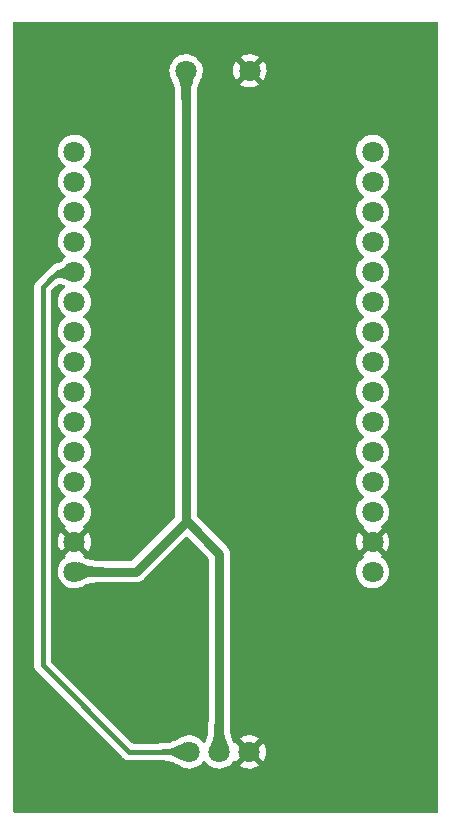
<source format=gtl>
G04 #@! TF.GenerationSoftware,KiCad,Pcbnew,(6.0.11-0)*
G04 #@! TF.CreationDate,2024-11-12T18:10:11+07:00*
G04 #@! TF.ProjectId,1,312e6b69-6361-4645-9f70-636258585858,rev?*
G04 #@! TF.SameCoordinates,Original*
G04 #@! TF.FileFunction,Copper,L1,Top*
G04 #@! TF.FilePolarity,Positive*
%FSLAX46Y46*%
G04 Gerber Fmt 4.6, Leading zero omitted, Abs format (unit mm)*
G04 Created by KiCad (PCBNEW (6.0.11-0)) date 2024-11-12 18:10:11*
%MOMM*%
%LPD*%
G01*
G04 APERTURE LIST*
G04 #@! TA.AperFunction,ComponentPad*
%ADD10C,1.800000*%
G04 #@! TD*
G04 #@! TA.AperFunction,Conductor*
%ADD11C,0.800000*%
G04 #@! TD*
G04 #@! TA.AperFunction,Conductor*
%ADD12C,0.400000*%
G04 #@! TD*
G04 APERTURE END LIST*
D10*
X119150000Y-31670000D03*
X124500000Y-89340000D03*
X109700000Y-38510000D03*
X124550000Y-31670000D03*
X119420000Y-89340000D03*
X121960000Y-89340000D03*
X109700000Y-41050000D03*
X109700000Y-43590000D03*
X109700000Y-46130000D03*
X109700000Y-48670000D03*
X109700000Y-51210000D03*
X109700000Y-53750000D03*
X109700000Y-56290000D03*
X109700000Y-58830000D03*
X109700000Y-61370000D03*
X109700000Y-63910000D03*
X109700000Y-66450000D03*
X109700000Y-68990000D03*
X109700000Y-71530000D03*
X109700000Y-74070000D03*
X134950000Y-38510000D03*
X134950000Y-41050000D03*
X134950000Y-43590000D03*
X134950000Y-46130000D03*
X134950000Y-48670000D03*
X134950000Y-51210000D03*
X134950000Y-53750000D03*
X134950000Y-56290000D03*
X134950000Y-58830000D03*
X134950000Y-61370000D03*
X134950000Y-63910000D03*
X134950000Y-66450000D03*
X134950000Y-68990000D03*
X134950000Y-71530000D03*
X134950000Y-74070000D03*
D11*
X119190000Y-69810000D02*
X121960000Y-72580000D01*
X119190000Y-69810000D02*
X114930000Y-74070000D01*
X121960000Y-72580000D02*
X121960000Y-89340000D01*
X119190000Y-69810000D02*
X119150000Y-69770000D01*
X114930000Y-74070000D02*
X109700000Y-74070000D01*
X119150000Y-69770000D02*
X119150000Y-31670000D01*
D12*
X107000000Y-50000000D02*
X107000000Y-82000000D01*
X108330000Y-48670000D02*
X107000000Y-50000000D01*
X109700000Y-48670000D02*
X108330000Y-48670000D01*
X107000000Y-82000000D02*
X114340000Y-89340000D01*
X114340000Y-89340000D02*
X119420000Y-89340000D01*
G04 #@! TA.AperFunction,Conductor*
G36*
X122356615Y-86833427D02*
G01*
X122360042Y-86841657D01*
X122361071Y-87129883D01*
X122365632Y-87387979D01*
X122375702Y-87612614D01*
X122393298Y-87812116D01*
X122420440Y-87994813D01*
X122459147Y-88169034D01*
X122511438Y-88343105D01*
X122579331Y-88525354D01*
X122664845Y-88724110D01*
X122664879Y-88724182D01*
X122664882Y-88724189D01*
X122766574Y-88940415D01*
X122766993Y-88949360D01*
X122764419Y-88953504D01*
X121968433Y-89781231D01*
X121960229Y-89784819D01*
X121951567Y-89781231D01*
X121155581Y-88953504D01*
X121152316Y-88945165D01*
X121153426Y-88940415D01*
X121255117Y-88724189D01*
X121255120Y-88724182D01*
X121255154Y-88724110D01*
X121340668Y-88525354D01*
X121408561Y-88343105D01*
X121460852Y-88169034D01*
X121499559Y-87994813D01*
X121526701Y-87812116D01*
X121544297Y-87612614D01*
X121554367Y-87387979D01*
X121558928Y-87129883D01*
X121559958Y-86841657D01*
X121563414Y-86833397D01*
X121571658Y-86830000D01*
X122348342Y-86830000D01*
X122356615Y-86833427D01*
G37*
G04 #@! TD.AperFunction*
G04 #@! TA.AperFunction,Conductor*
G36*
X110099584Y-73263426D02*
G01*
X110315889Y-73365154D01*
X110315989Y-73365197D01*
X110514500Y-73450606D01*
X110514513Y-73450611D01*
X110514645Y-73450668D01*
X110696894Y-73518561D01*
X110870965Y-73570852D01*
X111045186Y-73609559D01*
X111045373Y-73609587D01*
X111045385Y-73609589D01*
X111227727Y-73636678D01*
X111227732Y-73636679D01*
X111227883Y-73636701D01*
X111427385Y-73654297D01*
X111427510Y-73654303D01*
X111427516Y-73654303D01*
X111506574Y-73657847D01*
X111652020Y-73664367D01*
X111910116Y-73668928D01*
X112198343Y-73669958D01*
X112206603Y-73673414D01*
X112210000Y-73681658D01*
X112210000Y-74458342D01*
X112206573Y-74466615D01*
X112198343Y-74470042D01*
X111910116Y-74471071D01*
X111652020Y-74475632D01*
X111506574Y-74482152D01*
X111427516Y-74485696D01*
X111427510Y-74485696D01*
X111427385Y-74485702D01*
X111227883Y-74503298D01*
X111227732Y-74503320D01*
X111227727Y-74503321D01*
X111045385Y-74530410D01*
X111045373Y-74530412D01*
X111045186Y-74530440D01*
X110870965Y-74569147D01*
X110696894Y-74621438D01*
X110514645Y-74689331D01*
X110514513Y-74689388D01*
X110514500Y-74689393D01*
X110327897Y-74769679D01*
X110315889Y-74774845D01*
X110315817Y-74774879D01*
X110315810Y-74774882D01*
X110099585Y-74876574D01*
X110090640Y-74876993D01*
X110086496Y-74874419D01*
X109982952Y-74774845D01*
X109258769Y-74078433D01*
X109255181Y-74070229D01*
X109258769Y-74061567D01*
X110086497Y-73265581D01*
X110094835Y-73262316D01*
X110099584Y-73263426D01*
G37*
G04 #@! TD.AperFunction*
G04 #@! TA.AperFunction,Conductor*
G36*
X119158433Y-31228769D02*
G01*
X119954419Y-32056496D01*
X119957684Y-32064835D01*
X119956574Y-32069584D01*
X119854845Y-32285889D01*
X119769331Y-32484645D01*
X119701438Y-32666894D01*
X119649147Y-32840965D01*
X119610440Y-33015186D01*
X119583298Y-33197883D01*
X119565702Y-33397385D01*
X119555632Y-33622020D01*
X119555631Y-33622100D01*
X119551071Y-33880116D01*
X119550042Y-34168342D01*
X119546586Y-34176603D01*
X119538342Y-34180000D01*
X118761658Y-34180000D01*
X118753385Y-34176573D01*
X118749958Y-34168342D01*
X118748928Y-33880116D01*
X118744368Y-33622100D01*
X118744367Y-33622020D01*
X118734297Y-33397385D01*
X118716701Y-33197883D01*
X118689559Y-33015186D01*
X118650852Y-32840965D01*
X118598561Y-32666894D01*
X118530668Y-32484645D01*
X118445154Y-32285889D01*
X118343426Y-32069585D01*
X118343007Y-32060640D01*
X118345581Y-32056496D01*
X119141567Y-31228769D01*
X119149771Y-31225181D01*
X119158433Y-31228769D01*
G37*
G04 #@! TD.AperFunction*
G04 #@! TA.AperFunction,Conductor*
G36*
X109071168Y-48038035D02*
G01*
X110136662Y-48662187D01*
X110142068Y-48669325D01*
X110140843Y-48678196D01*
X110138859Y-48680714D01*
X109828526Y-48979146D01*
X109313495Y-49474427D01*
X109305156Y-49477692D01*
X109300420Y-49476588D01*
X109119672Y-49391887D01*
X109119658Y-49391881D01*
X109119541Y-49391826D01*
X108943024Y-49318082D01*
X108942852Y-49318024D01*
X108942846Y-49318022D01*
X108776008Y-49262006D01*
X108776002Y-49262004D01*
X108775718Y-49261909D01*
X108775423Y-49261844D01*
X108775420Y-49261843D01*
X108633027Y-49230389D01*
X108615191Y-49226449D01*
X108614782Y-49226419D01*
X108614778Y-49226418D01*
X108553374Y-49221855D01*
X108459013Y-49214843D01*
X108304752Y-49230234D01*
X108304227Y-49230388D01*
X108304224Y-49230389D01*
X108219332Y-49255361D01*
X108149976Y-49275763D01*
X107992254Y-49354571D01*
X107915157Y-49409041D01*
X107829447Y-49469595D01*
X107829443Y-49469598D01*
X107829156Y-49469801D01*
X107828891Y-49470041D01*
X107666502Y-49617119D01*
X107658070Y-49620133D01*
X107650375Y-49616720D01*
X107383894Y-49350239D01*
X107380467Y-49341966D01*
X107384108Y-49333484D01*
X107588156Y-49139629D01*
X107588651Y-49139185D01*
X107777494Y-48979146D01*
X107778032Y-48978716D01*
X107948451Y-48850737D01*
X107948950Y-48850383D01*
X108106186Y-48744696D01*
X108106520Y-48744480D01*
X108208720Y-48680715D01*
X108255858Y-48651304D01*
X108255925Y-48651293D01*
X108255911Y-48651271D01*
X108402531Y-48560885D01*
X108402532Y-48560884D01*
X108402565Y-48560864D01*
X108551484Y-48463632D01*
X108551590Y-48463555D01*
X108551600Y-48463548D01*
X108707701Y-48349941D01*
X108707705Y-48349938D01*
X108707845Y-48349836D01*
X108876826Y-48209739D01*
X109057226Y-48039618D01*
X109065597Y-48036435D01*
X109071168Y-48038035D01*
G37*
G04 #@! TD.AperFunction*
G04 #@! TA.AperFunction,Conductor*
G36*
X119033633Y-88535706D02*
G01*
X119439073Y-88925598D01*
X119673963Y-89151480D01*
X119861231Y-89331567D01*
X119864819Y-89339771D01*
X119861231Y-89348433D01*
X119665525Y-89536634D01*
X119033633Y-90144294D01*
X119025294Y-90147559D01*
X119020325Y-90146343D01*
X118788197Y-90031233D01*
X118788082Y-90031175D01*
X118581438Y-89925861D01*
X118581386Y-89925835D01*
X118397421Y-89833658D01*
X118397309Y-89833606D01*
X118397290Y-89833597D01*
X118226442Y-89754540D01*
X118226443Y-89754540D01*
X118226280Y-89754465D01*
X118226132Y-89754407D01*
X118226119Y-89754401D01*
X118137380Y-89719378D01*
X118057986Y-89688042D01*
X117882560Y-89634176D01*
X117824709Y-89621699D01*
X117690247Y-89592700D01*
X117690236Y-89592698D01*
X117690027Y-89592653D01*
X117591271Y-89579435D01*
X117470573Y-89563280D01*
X117470566Y-89563279D01*
X117470407Y-89563258D01*
X117470244Y-89563247D01*
X117470235Y-89563246D01*
X117213871Y-89545789D01*
X117213724Y-89545779D01*
X117213588Y-89545776D01*
X117213579Y-89545776D01*
X116921477Y-89540218D01*
X116913271Y-89536634D01*
X116910000Y-89528520D01*
X116910000Y-89151480D01*
X116913427Y-89143207D01*
X116921477Y-89139782D01*
X117213579Y-89134223D01*
X117213588Y-89134223D01*
X117213724Y-89134220D01*
X117213871Y-89134210D01*
X117470235Y-89116753D01*
X117470244Y-89116752D01*
X117470407Y-89116741D01*
X117470566Y-89116720D01*
X117470573Y-89116719D01*
X117591271Y-89100564D01*
X117690027Y-89087346D01*
X117690236Y-89087301D01*
X117690247Y-89087299D01*
X117824709Y-89058300D01*
X117882560Y-89045823D01*
X118057986Y-88991957D01*
X118137380Y-88960621D01*
X118226119Y-88925598D01*
X118226132Y-88925592D01*
X118226280Y-88925534D01*
X118241491Y-88918496D01*
X118397290Y-88846402D01*
X118397309Y-88846393D01*
X118397421Y-88846341D01*
X118581386Y-88754164D01*
X118581438Y-88754138D01*
X118788082Y-88648824D01*
X118788197Y-88648766D01*
X119020325Y-88533657D01*
X119029259Y-88533052D01*
X119033633Y-88535706D01*
G37*
G04 #@! TD.AperFunction*
G04 #@! TA.AperFunction,Conductor*
G36*
X140433621Y-27528502D02*
G01*
X140480114Y-27582158D01*
X140491500Y-27634500D01*
X140491500Y-94365500D01*
X140471498Y-94433621D01*
X140417842Y-94480114D01*
X140365500Y-94491500D01*
X104634500Y-94491500D01*
X104566379Y-94471498D01*
X104519886Y-94417842D01*
X104508500Y-94365500D01*
X104508500Y-82037352D01*
X106287275Y-82037352D01*
X106288580Y-82044829D01*
X106288580Y-82044830D01*
X106298261Y-82100299D01*
X106299223Y-82106821D01*
X106306898Y-82170242D01*
X106309581Y-82177343D01*
X106310222Y-82179952D01*
X106314685Y-82196262D01*
X106315450Y-82198798D01*
X106316757Y-82206284D01*
X106319811Y-82213241D01*
X106342442Y-82264795D01*
X106344933Y-82270899D01*
X106367513Y-82330656D01*
X106371817Y-82336919D01*
X106373054Y-82339285D01*
X106381299Y-82354097D01*
X106382632Y-82356351D01*
X106385685Y-82363305D01*
X106390307Y-82369328D01*
X106424579Y-82413991D01*
X106428459Y-82419332D01*
X106460339Y-82465720D01*
X106460344Y-82465725D01*
X106464643Y-82471981D01*
X106470313Y-82477032D01*
X106470314Y-82477034D01*
X106511170Y-82513435D01*
X106516446Y-82518416D01*
X113818550Y-89820520D01*
X113824404Y-89826785D01*
X113862439Y-89870385D01*
X113868657Y-89874755D01*
X113914697Y-89907112D01*
X113919993Y-89911045D01*
X113970282Y-89950477D01*
X113977204Y-89953602D01*
X113979452Y-89954964D01*
X113994185Y-89963368D01*
X113996524Y-89964622D01*
X114002739Y-89968990D01*
X114009815Y-89971749D01*
X114009819Y-89971751D01*
X114062274Y-89992202D01*
X114068352Y-89994757D01*
X114126574Y-90021045D01*
X114134045Y-90022429D01*
X114136599Y-90023230D01*
X114152878Y-90027867D01*
X114155433Y-90028523D01*
X114162509Y-90031282D01*
X114190962Y-90035028D01*
X114225851Y-90039621D01*
X114232367Y-90040653D01*
X114274706Y-90048500D01*
X114295187Y-90052296D01*
X114302767Y-90051859D01*
X114302768Y-90051859D01*
X114357398Y-90048709D01*
X114364651Y-90048500D01*
X116870097Y-90048500D01*
X116890396Y-90050146D01*
X116895090Y-90050912D01*
X116907277Y-90052902D01*
X116907282Y-90052902D01*
X116911708Y-90053625D01*
X116916195Y-90053710D01*
X116916202Y-90053711D01*
X117114468Y-90057484D01*
X117188289Y-90058888D01*
X117194438Y-90059156D01*
X117292227Y-90065814D01*
X117414774Y-90074159D01*
X117422929Y-90074982D01*
X117506714Y-90086196D01*
X117596743Y-90098246D01*
X117606576Y-90099961D01*
X117747555Y-90130366D01*
X117757975Y-90133084D01*
X117883411Y-90171601D01*
X117892683Y-90174848D01*
X118020656Y-90225357D01*
X118027312Y-90228208D01*
X118172792Y-90295527D01*
X118176285Y-90297210D01*
X118250007Y-90334148D01*
X118349302Y-90383901D01*
X118350071Y-90384289D01*
X118549099Y-90485721D01*
X118554917Y-90488686D01*
X118559950Y-90491216D01*
X118690264Y-90555838D01*
X118789089Y-90604845D01*
X118789093Y-90604847D01*
X118792193Y-90606384D01*
X118795390Y-90607552D01*
X118800105Y-90609935D01*
X118800197Y-90609743D01*
X118804861Y-90611977D01*
X118809322Y-90614584D01*
X119025694Y-90697209D01*
X119030760Y-90698240D01*
X119030761Y-90698240D01*
X119083846Y-90709040D01*
X119252656Y-90743385D01*
X119383324Y-90748176D01*
X119478949Y-90751683D01*
X119478953Y-90751683D01*
X119484113Y-90751872D01*
X119489233Y-90751216D01*
X119489235Y-90751216D01*
X119562291Y-90741857D01*
X119713847Y-90722442D01*
X119718795Y-90720957D01*
X119718802Y-90720956D01*
X119930747Y-90657369D01*
X119935690Y-90655886D01*
X120016236Y-90616427D01*
X120139049Y-90556262D01*
X120139052Y-90556260D01*
X120143684Y-90553991D01*
X120332243Y-90419494D01*
X120496303Y-90256005D01*
X120499319Y-90251808D01*
X120499326Y-90251800D01*
X120586960Y-90129844D01*
X120642954Y-90086196D01*
X120713658Y-90079750D01*
X120776622Y-90112553D01*
X120796715Y-90137536D01*
X120816800Y-90170313D01*
X120816806Y-90170321D01*
X120819501Y-90174719D01*
X120971147Y-90349784D01*
X121149349Y-90497730D01*
X121349322Y-90614584D01*
X121565694Y-90697209D01*
X121570760Y-90698240D01*
X121570761Y-90698240D01*
X121623846Y-90709040D01*
X121792656Y-90743385D01*
X121923324Y-90748176D01*
X122018949Y-90751683D01*
X122018953Y-90751683D01*
X122024113Y-90751872D01*
X122029233Y-90751216D01*
X122029235Y-90751216D01*
X122102291Y-90741857D01*
X122253847Y-90722442D01*
X122258795Y-90720957D01*
X122258802Y-90720956D01*
X122470747Y-90657369D01*
X122475690Y-90655886D01*
X122556236Y-90616427D01*
X122679049Y-90556262D01*
X122679052Y-90556260D01*
X122683684Y-90553991D01*
X122757406Y-90501406D01*
X123703423Y-90501406D01*
X123708704Y-90508461D01*
X123885080Y-90611527D01*
X123894363Y-90615974D01*
X124101003Y-90694883D01*
X124110901Y-90697759D01*
X124327653Y-90741857D01*
X124337883Y-90743076D01*
X124558914Y-90751182D01*
X124569223Y-90750714D01*
X124788623Y-90722608D01*
X124798688Y-90720468D01*
X125010557Y-90656905D01*
X125020152Y-90653144D01*
X125218778Y-90555838D01*
X125227636Y-90550559D01*
X125285097Y-90509572D01*
X125293497Y-90498874D01*
X125286510Y-90485721D01*
X124512811Y-89712021D01*
X124498868Y-89704408D01*
X124497034Y-89704539D01*
X124490420Y-89708790D01*
X123710180Y-90489031D01*
X123703423Y-90501406D01*
X122757406Y-90501406D01*
X122872243Y-90419494D01*
X123036303Y-90256005D01*
X123127275Y-90129404D01*
X123183270Y-90085756D01*
X123253973Y-90079310D01*
X123316938Y-90112113D01*
X123322142Y-90118584D01*
X123340553Y-90135242D01*
X123349331Y-90131458D01*
X124127979Y-89352811D01*
X124134356Y-89341132D01*
X124864408Y-89341132D01*
X124864539Y-89342966D01*
X124868790Y-89349580D01*
X125646307Y-90127096D01*
X125658313Y-90133652D01*
X125670052Y-90124684D01*
X125708010Y-90071859D01*
X125713321Y-90063020D01*
X125811318Y-89864737D01*
X125815117Y-89855142D01*
X125879415Y-89643517D01*
X125881594Y-89633436D01*
X125910702Y-89412338D01*
X125911221Y-89405663D01*
X125912744Y-89343364D01*
X125912550Y-89336646D01*
X125894279Y-89114400D01*
X125892596Y-89104238D01*
X125838710Y-88889708D01*
X125835389Y-88879953D01*
X125747193Y-88677118D01*
X125742315Y-88668020D01*
X125669224Y-88555038D01*
X125658538Y-88545835D01*
X125648973Y-88550238D01*
X124872021Y-89327189D01*
X124864408Y-89341132D01*
X124134356Y-89341132D01*
X124135592Y-89338868D01*
X124135461Y-89337034D01*
X124131210Y-89330420D01*
X123353862Y-88553073D01*
X123342330Y-88546776D01*
X123325449Y-88560002D01*
X123259490Y-88586268D01*
X123189801Y-88572705D01*
X123138508Y-88523618D01*
X123132000Y-88510615D01*
X123129334Y-88504418D01*
X123057303Y-88336999D01*
X123054979Y-88331204D01*
X123041807Y-88295844D01*
X123003509Y-88193040D01*
X122999869Y-88183268D01*
X122999010Y-88180711D01*
X123705508Y-88180711D01*
X123712251Y-88193040D01*
X124487189Y-88967979D01*
X124501132Y-88975592D01*
X124502966Y-88975461D01*
X124509580Y-88971210D01*
X125288994Y-88191795D01*
X125296011Y-88178944D01*
X125288237Y-88168274D01*
X125285902Y-88166430D01*
X125277320Y-88160729D01*
X125083678Y-88053833D01*
X125074272Y-88049606D01*
X124865772Y-87975772D01*
X124855809Y-87973140D01*
X124638047Y-87934350D01*
X124627796Y-87933381D01*
X124406616Y-87930679D01*
X124396332Y-87931399D01*
X124177693Y-87964855D01*
X124167666Y-87967244D01*
X123957426Y-88035961D01*
X123947916Y-88039958D01*
X123751725Y-88142089D01*
X123743007Y-88147578D01*
X123713961Y-88169386D01*
X123705508Y-88180711D01*
X122999010Y-88180711D01*
X122997269Y-88175533D01*
X122957672Y-88043718D01*
X122955344Y-88034796D01*
X122939805Y-87964855D01*
X122926649Y-87905643D01*
X122925020Y-87896840D01*
X122904021Y-87755492D01*
X122903140Y-87748046D01*
X122888430Y-87581267D01*
X122888069Y-87575840D01*
X122879004Y-87373621D01*
X122878898Y-87370204D01*
X122874571Y-87125335D01*
X122874552Y-87123559D01*
X122873545Y-86841479D01*
X122873545Y-86841476D01*
X122873539Y-86839824D01*
X122873289Y-86835377D01*
X122870843Y-86791970D01*
X122870843Y-86791969D01*
X122870496Y-86785813D01*
X122869701Y-86782722D01*
X122868500Y-86767155D01*
X122868500Y-74035469D01*
X133537095Y-74035469D01*
X133537392Y-74040622D01*
X133537392Y-74040625D01*
X133543067Y-74139041D01*
X133550427Y-74266697D01*
X133551564Y-74271743D01*
X133551565Y-74271749D01*
X133583741Y-74414523D01*
X133601346Y-74492642D01*
X133603288Y-74497424D01*
X133603289Y-74497428D01*
X133677933Y-74681253D01*
X133688484Y-74707237D01*
X133809501Y-74904719D01*
X133961147Y-75079784D01*
X134139349Y-75227730D01*
X134339322Y-75344584D01*
X134344147Y-75346426D01*
X134344148Y-75346427D01*
X134354717Y-75350463D01*
X134555694Y-75427209D01*
X134560760Y-75428240D01*
X134560761Y-75428240D01*
X134613846Y-75439040D01*
X134782656Y-75473385D01*
X134913324Y-75478176D01*
X135008949Y-75481683D01*
X135008953Y-75481683D01*
X135014113Y-75481872D01*
X135019233Y-75481216D01*
X135019235Y-75481216D01*
X135092270Y-75471860D01*
X135243847Y-75452442D01*
X135248795Y-75450957D01*
X135248802Y-75450956D01*
X135460747Y-75387369D01*
X135465690Y-75385886D01*
X135528996Y-75354873D01*
X135669049Y-75286262D01*
X135669052Y-75286260D01*
X135673684Y-75283991D01*
X135862243Y-75149494D01*
X136026303Y-74986005D01*
X136029742Y-74981220D01*
X136070472Y-74924537D01*
X136161458Y-74797917D01*
X136179670Y-74761069D01*
X136261784Y-74594922D01*
X136261785Y-74594920D01*
X136264078Y-74590280D01*
X136331408Y-74368671D01*
X136361640Y-74139041D01*
X136363327Y-74070000D01*
X136357032Y-73993434D01*
X136344773Y-73844318D01*
X136344772Y-73844312D01*
X136344349Y-73839167D01*
X136287925Y-73614533D01*
X136285866Y-73609797D01*
X136197630Y-73406868D01*
X136197628Y-73406865D01*
X136195570Y-73402131D01*
X136069764Y-73207665D01*
X136023158Y-73156445D01*
X135976327Y-73104979D01*
X135913887Y-73036358D01*
X135909836Y-73033159D01*
X135909832Y-73033155D01*
X135736669Y-72896400D01*
X135695606Y-72838483D01*
X135692374Y-72767560D01*
X135727999Y-72706148D01*
X135733487Y-72701623D01*
X135743497Y-72688874D01*
X135736510Y-72675721D01*
X134962811Y-71902021D01*
X134948868Y-71894408D01*
X134947034Y-71894539D01*
X134940420Y-71898790D01*
X134160180Y-72679031D01*
X134153423Y-72691406D01*
X134172730Y-72717197D01*
X134172040Y-72717713D01*
X134196627Y-72743737D01*
X134209743Y-72813511D01*
X134183055Y-72879300D01*
X134160023Y-72901719D01*
X134053472Y-72981720D01*
X134011655Y-73013117D01*
X134008083Y-73016855D01*
X133875660Y-73155428D01*
X133851639Y-73180564D01*
X133848725Y-73184836D01*
X133848724Y-73184837D01*
X133833152Y-73207665D01*
X133721119Y-73371899D01*
X133623602Y-73581981D01*
X133561707Y-73805169D01*
X133537095Y-74035469D01*
X122868500Y-74035469D01*
X122868500Y-72661417D01*
X122870051Y-72641707D01*
X122871220Y-72634327D01*
X122871220Y-72634326D01*
X122872252Y-72627810D01*
X122868673Y-72559520D01*
X122868500Y-72552926D01*
X122868500Y-72532390D01*
X122868156Y-72529116D01*
X122866353Y-72511958D01*
X122865836Y-72505384D01*
X122862603Y-72443696D01*
X122862603Y-72443694D01*
X122862257Y-72437097D01*
X122858615Y-72423504D01*
X122855014Y-72404075D01*
X122854232Y-72396639D01*
X122853542Y-72390072D01*
X122832407Y-72325025D01*
X122830535Y-72318706D01*
X122814538Y-72259003D01*
X122814537Y-72259000D01*
X122812830Y-72252630D01*
X122806438Y-72240085D01*
X122798874Y-72221823D01*
X122796568Y-72214726D01*
X122794527Y-72208444D01*
X122773152Y-72171421D01*
X122760336Y-72149223D01*
X122757188Y-72143426D01*
X122729126Y-72088351D01*
X122729124Y-72088348D01*
X122726129Y-72082470D01*
X122717273Y-72071533D01*
X122706073Y-72055237D01*
X122702343Y-72048776D01*
X122702340Y-72048772D01*
X122699040Y-72043056D01*
X122694623Y-72038150D01*
X122694619Y-72038145D01*
X122653278Y-71992231D01*
X122648994Y-71987216D01*
X122638148Y-71973823D01*
X122636072Y-71971259D01*
X122621557Y-71956744D01*
X122617016Y-71951959D01*
X122575673Y-71906043D01*
X122571253Y-71901134D01*
X122559865Y-71892860D01*
X122544832Y-71880019D01*
X122165451Y-71500638D01*
X133537893Y-71500638D01*
X133550627Y-71721468D01*
X133552061Y-71731670D01*
X133600685Y-71947439D01*
X133603773Y-71957292D01*
X133686986Y-72162220D01*
X133691634Y-72171421D01*
X133780097Y-72315781D01*
X133790553Y-72325242D01*
X133799331Y-72321458D01*
X134577979Y-71542811D01*
X134584356Y-71531132D01*
X135314408Y-71531132D01*
X135314539Y-71532966D01*
X135318790Y-71539580D01*
X136096307Y-72317096D01*
X136108313Y-72323652D01*
X136120052Y-72314684D01*
X136158010Y-72261859D01*
X136163321Y-72253020D01*
X136261318Y-72054737D01*
X136265117Y-72045142D01*
X136329415Y-71833517D01*
X136331594Y-71823436D01*
X136360702Y-71602338D01*
X136361221Y-71595663D01*
X136362744Y-71533364D01*
X136362550Y-71526646D01*
X136344279Y-71304400D01*
X136342596Y-71294238D01*
X136288710Y-71079708D01*
X136285389Y-71069953D01*
X136197193Y-70867118D01*
X136192315Y-70858020D01*
X136119224Y-70745038D01*
X136108538Y-70735835D01*
X136098973Y-70740238D01*
X135322021Y-71517189D01*
X135314408Y-71531132D01*
X134584356Y-71531132D01*
X134585592Y-71528868D01*
X134585461Y-71527034D01*
X134581210Y-71520420D01*
X133803862Y-70743073D01*
X133792330Y-70736776D01*
X133780048Y-70746399D01*
X133724467Y-70827877D01*
X133719379Y-70836833D01*
X133626252Y-71037459D01*
X133622689Y-71047146D01*
X133563581Y-71260280D01*
X133561650Y-71270400D01*
X133538145Y-71490349D01*
X133537893Y-71500638D01*
X122165451Y-71500638D01*
X120095405Y-69430592D01*
X120061379Y-69368280D01*
X120058500Y-69341497D01*
X120058500Y-68955469D01*
X133537095Y-68955469D01*
X133537392Y-68960622D01*
X133537392Y-68960625D01*
X133543067Y-69059041D01*
X133550427Y-69186697D01*
X133551564Y-69191743D01*
X133551565Y-69191749D01*
X133583741Y-69334523D01*
X133601346Y-69412642D01*
X133603288Y-69417424D01*
X133603289Y-69417428D01*
X133686540Y-69622450D01*
X133688484Y-69627237D01*
X133809501Y-69824719D01*
X133961147Y-69999784D01*
X134139349Y-70147730D01*
X134143814Y-70150339D01*
X134147979Y-70152773D01*
X134196700Y-70204414D01*
X134209767Y-70274198D01*
X134183033Y-70339968D01*
X134166323Y-70356221D01*
X134155508Y-70370711D01*
X134162251Y-70383040D01*
X134937189Y-71157979D01*
X134951132Y-71165592D01*
X134952966Y-71165461D01*
X134959580Y-71161210D01*
X135738994Y-70381795D01*
X135746011Y-70368944D01*
X135738237Y-70358275D01*
X135736655Y-70357025D01*
X135695592Y-70299109D01*
X135692359Y-70228186D01*
X135727983Y-70166774D01*
X135741578Y-70155563D01*
X135757193Y-70144425D01*
X135862243Y-70069494D01*
X136026303Y-69906005D01*
X136161458Y-69717917D01*
X136208641Y-69622450D01*
X136261784Y-69514922D01*
X136261785Y-69514920D01*
X136264078Y-69510280D01*
X136331408Y-69288671D01*
X136361640Y-69059041D01*
X136363327Y-68990000D01*
X136357032Y-68913434D01*
X136344773Y-68764318D01*
X136344772Y-68764312D01*
X136344349Y-68759167D01*
X136287925Y-68534533D01*
X136285866Y-68529797D01*
X136197630Y-68326868D01*
X136197628Y-68326865D01*
X136195570Y-68322131D01*
X136069764Y-68127665D01*
X135913887Y-67956358D01*
X135909836Y-67953159D01*
X135909832Y-67953155D01*
X135737077Y-67816722D01*
X135696014Y-67758805D01*
X135692782Y-67687882D01*
X135728407Y-67626470D01*
X135742001Y-67615261D01*
X135745872Y-67612500D01*
X135862243Y-67529494D01*
X136026303Y-67366005D01*
X136161458Y-67177917D01*
X136208641Y-67082450D01*
X136261784Y-66974922D01*
X136261785Y-66974920D01*
X136264078Y-66970280D01*
X136331408Y-66748671D01*
X136361640Y-66519041D01*
X136363327Y-66450000D01*
X136357032Y-66373434D01*
X136344773Y-66224318D01*
X136344772Y-66224312D01*
X136344349Y-66219167D01*
X136287925Y-65994533D01*
X136285866Y-65989797D01*
X136197630Y-65786868D01*
X136197628Y-65786865D01*
X136195570Y-65782131D01*
X136069764Y-65587665D01*
X135913887Y-65416358D01*
X135909836Y-65413159D01*
X135909832Y-65413155D01*
X135737077Y-65276722D01*
X135696014Y-65218805D01*
X135692782Y-65147882D01*
X135728407Y-65086470D01*
X135742001Y-65075261D01*
X135745872Y-65072500D01*
X135862243Y-64989494D01*
X136026303Y-64826005D01*
X136161458Y-64637917D01*
X136208641Y-64542450D01*
X136261784Y-64434922D01*
X136261785Y-64434920D01*
X136264078Y-64430280D01*
X136331408Y-64208671D01*
X136361640Y-63979041D01*
X136363327Y-63910000D01*
X136357032Y-63833434D01*
X136344773Y-63684318D01*
X136344772Y-63684312D01*
X136344349Y-63679167D01*
X136287925Y-63454533D01*
X136285866Y-63449797D01*
X136197630Y-63246868D01*
X136197628Y-63246865D01*
X136195570Y-63242131D01*
X136069764Y-63047665D01*
X135913887Y-62876358D01*
X135909836Y-62873159D01*
X135909832Y-62873155D01*
X135737077Y-62736722D01*
X135696014Y-62678805D01*
X135692782Y-62607882D01*
X135728407Y-62546470D01*
X135742001Y-62535261D01*
X135745872Y-62532500D01*
X135862243Y-62449494D01*
X136026303Y-62286005D01*
X136161458Y-62097917D01*
X136208641Y-62002450D01*
X136261784Y-61894922D01*
X136261785Y-61894920D01*
X136264078Y-61890280D01*
X136331408Y-61668671D01*
X136361640Y-61439041D01*
X136363327Y-61370000D01*
X136357032Y-61293434D01*
X136344773Y-61144318D01*
X136344772Y-61144312D01*
X136344349Y-61139167D01*
X136287925Y-60914533D01*
X136285866Y-60909797D01*
X136197630Y-60706868D01*
X136197628Y-60706865D01*
X136195570Y-60702131D01*
X136069764Y-60507665D01*
X135913887Y-60336358D01*
X135909836Y-60333159D01*
X135909832Y-60333155D01*
X135737077Y-60196722D01*
X135696014Y-60138805D01*
X135692782Y-60067882D01*
X135728407Y-60006470D01*
X135742001Y-59995261D01*
X135745872Y-59992500D01*
X135862243Y-59909494D01*
X136026303Y-59746005D01*
X136161458Y-59557917D01*
X136208641Y-59462450D01*
X136261784Y-59354922D01*
X136261785Y-59354920D01*
X136264078Y-59350280D01*
X136331408Y-59128671D01*
X136361640Y-58899041D01*
X136363327Y-58830000D01*
X136357032Y-58753434D01*
X136344773Y-58604318D01*
X136344772Y-58604312D01*
X136344349Y-58599167D01*
X136287925Y-58374533D01*
X136285866Y-58369797D01*
X136197630Y-58166868D01*
X136197628Y-58166865D01*
X136195570Y-58162131D01*
X136069764Y-57967665D01*
X135913887Y-57796358D01*
X135909836Y-57793159D01*
X135909832Y-57793155D01*
X135737077Y-57656722D01*
X135696014Y-57598805D01*
X135692782Y-57527882D01*
X135728407Y-57466470D01*
X135742001Y-57455261D01*
X135745872Y-57452500D01*
X135862243Y-57369494D01*
X136026303Y-57206005D01*
X136161458Y-57017917D01*
X136208641Y-56922450D01*
X136261784Y-56814922D01*
X136261785Y-56814920D01*
X136264078Y-56810280D01*
X136331408Y-56588671D01*
X136361640Y-56359041D01*
X136363327Y-56290000D01*
X136357032Y-56213434D01*
X136344773Y-56064318D01*
X136344772Y-56064312D01*
X136344349Y-56059167D01*
X136287925Y-55834533D01*
X136285866Y-55829797D01*
X136197630Y-55626868D01*
X136197628Y-55626865D01*
X136195570Y-55622131D01*
X136069764Y-55427665D01*
X135913887Y-55256358D01*
X135909836Y-55253159D01*
X135909832Y-55253155D01*
X135737077Y-55116722D01*
X135696014Y-55058805D01*
X135692782Y-54987882D01*
X135728407Y-54926470D01*
X135742001Y-54915261D01*
X135745872Y-54912500D01*
X135862243Y-54829494D01*
X136026303Y-54666005D01*
X136161458Y-54477917D01*
X136208641Y-54382450D01*
X136261784Y-54274922D01*
X136261785Y-54274920D01*
X136264078Y-54270280D01*
X136331408Y-54048671D01*
X136361640Y-53819041D01*
X136363327Y-53750000D01*
X136357032Y-53673434D01*
X136344773Y-53524318D01*
X136344772Y-53524312D01*
X136344349Y-53519167D01*
X136287925Y-53294533D01*
X136285866Y-53289797D01*
X136197630Y-53086868D01*
X136197628Y-53086865D01*
X136195570Y-53082131D01*
X136069764Y-52887665D01*
X135913887Y-52716358D01*
X135909836Y-52713159D01*
X135909832Y-52713155D01*
X135737077Y-52576722D01*
X135696014Y-52518805D01*
X135692782Y-52447882D01*
X135728407Y-52386470D01*
X135742001Y-52375261D01*
X135745872Y-52372500D01*
X135862243Y-52289494D01*
X136026303Y-52126005D01*
X136161458Y-51937917D01*
X136208641Y-51842450D01*
X136261784Y-51734922D01*
X136261785Y-51734920D01*
X136264078Y-51730280D01*
X136331408Y-51508671D01*
X136361640Y-51279041D01*
X136363327Y-51210000D01*
X136357032Y-51133434D01*
X136344773Y-50984318D01*
X136344772Y-50984312D01*
X136344349Y-50979167D01*
X136287925Y-50754533D01*
X136285866Y-50749797D01*
X136197630Y-50546868D01*
X136197628Y-50546865D01*
X136195570Y-50542131D01*
X136069764Y-50347665D01*
X135913887Y-50176358D01*
X135909836Y-50173159D01*
X135909832Y-50173155D01*
X135737077Y-50036722D01*
X135696014Y-49978805D01*
X135692782Y-49907882D01*
X135728407Y-49846470D01*
X135742001Y-49835261D01*
X135745872Y-49832500D01*
X135862243Y-49749494D01*
X136026303Y-49586005D01*
X136032479Y-49577411D01*
X136087875Y-49500318D01*
X136161458Y-49397917D01*
X136208641Y-49302450D01*
X136261784Y-49194922D01*
X136261785Y-49194920D01*
X136264078Y-49190280D01*
X136331408Y-48968671D01*
X136361640Y-48739041D01*
X136363327Y-48670000D01*
X136357032Y-48593434D01*
X136344773Y-48444318D01*
X136344772Y-48444312D01*
X136344349Y-48439167D01*
X136287925Y-48214533D01*
X136285866Y-48209797D01*
X136197630Y-48006868D01*
X136197628Y-48006865D01*
X136195570Y-48002131D01*
X136069764Y-47807665D01*
X135913887Y-47636358D01*
X135909836Y-47633159D01*
X135909832Y-47633155D01*
X135737077Y-47496722D01*
X135696014Y-47438805D01*
X135692782Y-47367882D01*
X135728407Y-47306470D01*
X135742001Y-47295261D01*
X135745872Y-47292500D01*
X135862243Y-47209494D01*
X136026303Y-47046005D01*
X136161458Y-46857917D01*
X136208641Y-46762450D01*
X136261784Y-46654922D01*
X136261785Y-46654920D01*
X136264078Y-46650280D01*
X136331408Y-46428671D01*
X136361640Y-46199041D01*
X136363327Y-46130000D01*
X136357032Y-46053434D01*
X136344773Y-45904318D01*
X136344772Y-45904312D01*
X136344349Y-45899167D01*
X136287925Y-45674533D01*
X136285866Y-45669797D01*
X136197630Y-45466868D01*
X136197628Y-45466865D01*
X136195570Y-45462131D01*
X136069764Y-45267665D01*
X135913887Y-45096358D01*
X135909836Y-45093159D01*
X135909832Y-45093155D01*
X135737077Y-44956722D01*
X135696014Y-44898805D01*
X135692782Y-44827882D01*
X135728407Y-44766470D01*
X135742001Y-44755261D01*
X135745872Y-44752500D01*
X135862243Y-44669494D01*
X136026303Y-44506005D01*
X136161458Y-44317917D01*
X136208641Y-44222450D01*
X136261784Y-44114922D01*
X136261785Y-44114920D01*
X136264078Y-44110280D01*
X136331408Y-43888671D01*
X136361640Y-43659041D01*
X136363327Y-43590000D01*
X136357032Y-43513434D01*
X136344773Y-43364318D01*
X136344772Y-43364312D01*
X136344349Y-43359167D01*
X136287925Y-43134533D01*
X136285866Y-43129797D01*
X136197630Y-42926868D01*
X136197628Y-42926865D01*
X136195570Y-42922131D01*
X136069764Y-42727665D01*
X135913887Y-42556358D01*
X135909836Y-42553159D01*
X135909832Y-42553155D01*
X135737077Y-42416722D01*
X135696014Y-42358805D01*
X135692782Y-42287882D01*
X135728407Y-42226470D01*
X135742001Y-42215261D01*
X135745872Y-42212500D01*
X135862243Y-42129494D01*
X136026303Y-41966005D01*
X136161458Y-41777917D01*
X136208641Y-41682450D01*
X136261784Y-41574922D01*
X136261785Y-41574920D01*
X136264078Y-41570280D01*
X136331408Y-41348671D01*
X136361640Y-41119041D01*
X136363327Y-41050000D01*
X136357032Y-40973434D01*
X136344773Y-40824318D01*
X136344772Y-40824312D01*
X136344349Y-40819167D01*
X136287925Y-40594533D01*
X136285866Y-40589797D01*
X136197630Y-40386868D01*
X136197628Y-40386865D01*
X136195570Y-40382131D01*
X136069764Y-40187665D01*
X135913887Y-40016358D01*
X135909836Y-40013159D01*
X135909832Y-40013155D01*
X135737077Y-39876722D01*
X135696014Y-39818805D01*
X135692782Y-39747882D01*
X135728407Y-39686470D01*
X135742001Y-39675261D01*
X135745872Y-39672500D01*
X135862243Y-39589494D01*
X136026303Y-39426005D01*
X136161458Y-39237917D01*
X136208641Y-39142450D01*
X136261784Y-39034922D01*
X136261785Y-39034920D01*
X136264078Y-39030280D01*
X136331408Y-38808671D01*
X136361640Y-38579041D01*
X136363327Y-38510000D01*
X136357032Y-38433434D01*
X136344773Y-38284318D01*
X136344772Y-38284312D01*
X136344349Y-38279167D01*
X136287925Y-38054533D01*
X136285866Y-38049797D01*
X136197630Y-37846868D01*
X136197628Y-37846865D01*
X136195570Y-37842131D01*
X136069764Y-37647665D01*
X135913887Y-37476358D01*
X135909836Y-37473159D01*
X135909832Y-37473155D01*
X135736177Y-37336011D01*
X135736172Y-37336008D01*
X135732123Y-37332810D01*
X135727607Y-37330317D01*
X135727604Y-37330315D01*
X135533879Y-37223373D01*
X135533875Y-37223371D01*
X135529355Y-37220876D01*
X135524486Y-37219152D01*
X135524482Y-37219150D01*
X135315903Y-37145288D01*
X135315899Y-37145287D01*
X135311028Y-37143562D01*
X135305935Y-37142655D01*
X135305932Y-37142654D01*
X135088095Y-37103851D01*
X135088089Y-37103850D01*
X135083006Y-37102945D01*
X135010096Y-37102054D01*
X134856581Y-37100179D01*
X134856579Y-37100179D01*
X134851411Y-37100116D01*
X134622464Y-37135150D01*
X134402314Y-37207106D01*
X134397726Y-37209494D01*
X134397722Y-37209496D01*
X134371065Y-37223373D01*
X134196872Y-37314052D01*
X134192739Y-37317155D01*
X134192736Y-37317157D01*
X134167625Y-37336011D01*
X134011655Y-37453117D01*
X133851639Y-37620564D01*
X133848725Y-37624836D01*
X133848724Y-37624837D01*
X133833152Y-37647665D01*
X133721119Y-37811899D01*
X133623602Y-38021981D01*
X133561707Y-38245169D01*
X133537095Y-38475469D01*
X133537392Y-38480622D01*
X133537392Y-38480625D01*
X133543067Y-38579041D01*
X133550427Y-38706697D01*
X133551564Y-38711743D01*
X133551565Y-38711749D01*
X133583741Y-38854523D01*
X133601346Y-38932642D01*
X133603288Y-38937424D01*
X133603289Y-38937428D01*
X133686540Y-39142450D01*
X133688484Y-39147237D01*
X133809501Y-39344719D01*
X133961147Y-39519784D01*
X134139349Y-39667730D01*
X134143819Y-39670342D01*
X134147511Y-39672500D01*
X134196232Y-39724140D01*
X134209301Y-39793924D01*
X134182566Y-39859694D01*
X134159589Y-39882045D01*
X134011655Y-39993117D01*
X133851639Y-40160564D01*
X133848725Y-40164836D01*
X133848724Y-40164837D01*
X133833152Y-40187665D01*
X133721119Y-40351899D01*
X133623602Y-40561981D01*
X133561707Y-40785169D01*
X133537095Y-41015469D01*
X133537392Y-41020622D01*
X133537392Y-41020625D01*
X133543067Y-41119041D01*
X133550427Y-41246697D01*
X133551564Y-41251743D01*
X133551565Y-41251749D01*
X133583741Y-41394523D01*
X133601346Y-41472642D01*
X133603288Y-41477424D01*
X133603289Y-41477428D01*
X133686540Y-41682450D01*
X133688484Y-41687237D01*
X133809501Y-41884719D01*
X133961147Y-42059784D01*
X134139349Y-42207730D01*
X134143819Y-42210342D01*
X134147511Y-42212500D01*
X134196232Y-42264140D01*
X134209301Y-42333924D01*
X134182566Y-42399694D01*
X134159589Y-42422045D01*
X134011655Y-42533117D01*
X133851639Y-42700564D01*
X133848725Y-42704836D01*
X133848724Y-42704837D01*
X133833152Y-42727665D01*
X133721119Y-42891899D01*
X133623602Y-43101981D01*
X133561707Y-43325169D01*
X133537095Y-43555469D01*
X133537392Y-43560622D01*
X133537392Y-43560625D01*
X133543067Y-43659041D01*
X133550427Y-43786697D01*
X133551564Y-43791743D01*
X133551565Y-43791749D01*
X133583741Y-43934523D01*
X133601346Y-44012642D01*
X133603288Y-44017424D01*
X133603289Y-44017428D01*
X133686540Y-44222450D01*
X133688484Y-44227237D01*
X133809501Y-44424719D01*
X133961147Y-44599784D01*
X134139349Y-44747730D01*
X134143819Y-44750342D01*
X134147511Y-44752500D01*
X134196232Y-44804140D01*
X134209301Y-44873924D01*
X134182566Y-44939694D01*
X134159589Y-44962045D01*
X134011655Y-45073117D01*
X133851639Y-45240564D01*
X133848725Y-45244836D01*
X133848724Y-45244837D01*
X133833152Y-45267665D01*
X133721119Y-45431899D01*
X133623602Y-45641981D01*
X133561707Y-45865169D01*
X133537095Y-46095469D01*
X133537392Y-46100622D01*
X133537392Y-46100625D01*
X133543067Y-46199041D01*
X133550427Y-46326697D01*
X133551564Y-46331743D01*
X133551565Y-46331749D01*
X133583741Y-46474523D01*
X133601346Y-46552642D01*
X133603288Y-46557424D01*
X133603289Y-46557428D01*
X133686540Y-46762450D01*
X133688484Y-46767237D01*
X133809501Y-46964719D01*
X133961147Y-47139784D01*
X134139349Y-47287730D01*
X134143819Y-47290342D01*
X134147511Y-47292500D01*
X134196232Y-47344140D01*
X134209301Y-47413924D01*
X134182566Y-47479694D01*
X134159589Y-47502045D01*
X134011655Y-47613117D01*
X133851639Y-47780564D01*
X133848725Y-47784836D01*
X133848724Y-47784837D01*
X133833152Y-47807665D01*
X133721119Y-47971899D01*
X133623602Y-48181981D01*
X133561707Y-48405169D01*
X133537095Y-48635469D01*
X133537392Y-48640622D01*
X133537392Y-48640625D01*
X133543067Y-48739041D01*
X133550427Y-48866697D01*
X133551564Y-48871743D01*
X133551565Y-48871749D01*
X133580811Y-49001520D01*
X133601346Y-49092642D01*
X133603288Y-49097424D01*
X133603289Y-49097428D01*
X133686540Y-49302450D01*
X133688484Y-49307237D01*
X133809501Y-49504719D01*
X133961147Y-49679784D01*
X134081434Y-49779648D01*
X134121424Y-49812848D01*
X134139349Y-49827730D01*
X134143819Y-49830342D01*
X134147511Y-49832500D01*
X134196232Y-49884140D01*
X134209301Y-49953924D01*
X134182566Y-50019694D01*
X134159589Y-50042045D01*
X134011655Y-50153117D01*
X134008083Y-50156855D01*
X133877531Y-50293470D01*
X133851639Y-50320564D01*
X133848725Y-50324836D01*
X133848724Y-50324837D01*
X133834520Y-50345660D01*
X133721119Y-50511899D01*
X133623602Y-50721981D01*
X133561707Y-50945169D01*
X133537095Y-51175469D01*
X133537392Y-51180622D01*
X133537392Y-51180625D01*
X133543067Y-51279041D01*
X133550427Y-51406697D01*
X133551564Y-51411743D01*
X133551565Y-51411749D01*
X133583741Y-51554523D01*
X133601346Y-51632642D01*
X133603288Y-51637424D01*
X133603289Y-51637428D01*
X133686540Y-51842450D01*
X133688484Y-51847237D01*
X133809501Y-52044719D01*
X133961147Y-52219784D01*
X134139349Y-52367730D01*
X134143819Y-52370342D01*
X134147511Y-52372500D01*
X134196232Y-52424140D01*
X134209301Y-52493924D01*
X134182566Y-52559694D01*
X134159589Y-52582045D01*
X134011655Y-52693117D01*
X133851639Y-52860564D01*
X133848725Y-52864836D01*
X133848724Y-52864837D01*
X133833152Y-52887665D01*
X133721119Y-53051899D01*
X133623602Y-53261981D01*
X133561707Y-53485169D01*
X133537095Y-53715469D01*
X133537392Y-53720622D01*
X133537392Y-53720625D01*
X133543067Y-53819041D01*
X133550427Y-53946697D01*
X133551564Y-53951743D01*
X133551565Y-53951749D01*
X133583741Y-54094523D01*
X133601346Y-54172642D01*
X133603288Y-54177424D01*
X133603289Y-54177428D01*
X133686540Y-54382450D01*
X133688484Y-54387237D01*
X133809501Y-54584719D01*
X133961147Y-54759784D01*
X134139349Y-54907730D01*
X134143819Y-54910342D01*
X134147511Y-54912500D01*
X134196232Y-54964140D01*
X134209301Y-55033924D01*
X134182566Y-55099694D01*
X134159589Y-55122045D01*
X134011655Y-55233117D01*
X133851639Y-55400564D01*
X133848725Y-55404836D01*
X133848724Y-55404837D01*
X133833152Y-55427665D01*
X133721119Y-55591899D01*
X133623602Y-55801981D01*
X133561707Y-56025169D01*
X133537095Y-56255469D01*
X133537392Y-56260622D01*
X133537392Y-56260625D01*
X133543067Y-56359041D01*
X133550427Y-56486697D01*
X133551564Y-56491743D01*
X133551565Y-56491749D01*
X133583741Y-56634523D01*
X133601346Y-56712642D01*
X133603288Y-56717424D01*
X133603289Y-56717428D01*
X133686540Y-56922450D01*
X133688484Y-56927237D01*
X133809501Y-57124719D01*
X133961147Y-57299784D01*
X134139349Y-57447730D01*
X134143819Y-57450342D01*
X134147511Y-57452500D01*
X134196232Y-57504140D01*
X134209301Y-57573924D01*
X134182566Y-57639694D01*
X134159589Y-57662045D01*
X134011655Y-57773117D01*
X133851639Y-57940564D01*
X133848725Y-57944836D01*
X133848724Y-57944837D01*
X133833152Y-57967665D01*
X133721119Y-58131899D01*
X133623602Y-58341981D01*
X133561707Y-58565169D01*
X133537095Y-58795469D01*
X133537392Y-58800622D01*
X133537392Y-58800625D01*
X133543067Y-58899041D01*
X133550427Y-59026697D01*
X133551564Y-59031743D01*
X133551565Y-59031749D01*
X133583741Y-59174523D01*
X133601346Y-59252642D01*
X133603288Y-59257424D01*
X133603289Y-59257428D01*
X133686540Y-59462450D01*
X133688484Y-59467237D01*
X133809501Y-59664719D01*
X133961147Y-59839784D01*
X134139349Y-59987730D01*
X134143819Y-59990342D01*
X134147511Y-59992500D01*
X134196232Y-60044140D01*
X134209301Y-60113924D01*
X134182566Y-60179694D01*
X134159589Y-60202045D01*
X134011655Y-60313117D01*
X133851639Y-60480564D01*
X133848725Y-60484836D01*
X133848724Y-60484837D01*
X133833152Y-60507665D01*
X133721119Y-60671899D01*
X133623602Y-60881981D01*
X133561707Y-61105169D01*
X133537095Y-61335469D01*
X133537392Y-61340622D01*
X133537392Y-61340625D01*
X133543067Y-61439041D01*
X133550427Y-61566697D01*
X133551564Y-61571743D01*
X133551565Y-61571749D01*
X133583741Y-61714523D01*
X133601346Y-61792642D01*
X133603288Y-61797424D01*
X133603289Y-61797428D01*
X133686540Y-62002450D01*
X133688484Y-62007237D01*
X133809501Y-62204719D01*
X133961147Y-62379784D01*
X134139349Y-62527730D01*
X134143819Y-62530342D01*
X134147511Y-62532500D01*
X134196232Y-62584140D01*
X134209301Y-62653924D01*
X134182566Y-62719694D01*
X134159589Y-62742045D01*
X134011655Y-62853117D01*
X133851639Y-63020564D01*
X133848725Y-63024836D01*
X133848724Y-63024837D01*
X133833152Y-63047665D01*
X133721119Y-63211899D01*
X133623602Y-63421981D01*
X133561707Y-63645169D01*
X133537095Y-63875469D01*
X133537392Y-63880622D01*
X133537392Y-63880625D01*
X133543067Y-63979041D01*
X133550427Y-64106697D01*
X133551564Y-64111743D01*
X133551565Y-64111749D01*
X133583741Y-64254523D01*
X133601346Y-64332642D01*
X133603288Y-64337424D01*
X133603289Y-64337428D01*
X133686540Y-64542450D01*
X133688484Y-64547237D01*
X133809501Y-64744719D01*
X133961147Y-64919784D01*
X134139349Y-65067730D01*
X134143819Y-65070342D01*
X134147511Y-65072500D01*
X134196232Y-65124140D01*
X134209301Y-65193924D01*
X134182566Y-65259694D01*
X134159589Y-65282045D01*
X134011655Y-65393117D01*
X133851639Y-65560564D01*
X133848725Y-65564836D01*
X133848724Y-65564837D01*
X133833152Y-65587665D01*
X133721119Y-65751899D01*
X133623602Y-65961981D01*
X133561707Y-66185169D01*
X133537095Y-66415469D01*
X133537392Y-66420622D01*
X133537392Y-66420625D01*
X133543067Y-66519041D01*
X133550427Y-66646697D01*
X133551564Y-66651743D01*
X133551565Y-66651749D01*
X133583741Y-66794523D01*
X133601346Y-66872642D01*
X133603288Y-66877424D01*
X133603289Y-66877428D01*
X133686540Y-67082450D01*
X133688484Y-67087237D01*
X133809501Y-67284719D01*
X133961147Y-67459784D01*
X134139349Y-67607730D01*
X134143819Y-67610342D01*
X134147511Y-67612500D01*
X134196232Y-67664140D01*
X134209301Y-67733924D01*
X134182566Y-67799694D01*
X134159589Y-67822045D01*
X134011655Y-67933117D01*
X133851639Y-68100564D01*
X133848725Y-68104836D01*
X133848724Y-68104837D01*
X133833152Y-68127665D01*
X133721119Y-68291899D01*
X133623602Y-68501981D01*
X133561707Y-68725169D01*
X133537095Y-68955469D01*
X120058500Y-68955469D01*
X120058500Y-34213595D01*
X120059847Y-34195218D01*
X120062884Y-34174620D01*
X120062884Y-34174616D01*
X120063539Y-34170175D01*
X120064552Y-33886440D01*
X120064571Y-33884664D01*
X120068898Y-33639795D01*
X120069004Y-33636378D01*
X120078069Y-33434159D01*
X120078430Y-33428732D01*
X120093140Y-33261953D01*
X120094021Y-33254507D01*
X120115020Y-33113159D01*
X120116651Y-33104347D01*
X120145344Y-32975203D01*
X120147672Y-32966281D01*
X120187269Y-32834466D01*
X120188298Y-32831406D01*
X123753423Y-32831406D01*
X123758704Y-32838461D01*
X123935080Y-32941527D01*
X123944363Y-32945974D01*
X124151003Y-33024883D01*
X124160901Y-33027759D01*
X124377653Y-33071857D01*
X124387883Y-33073076D01*
X124608914Y-33081182D01*
X124619223Y-33080714D01*
X124838623Y-33052608D01*
X124848688Y-33050468D01*
X125060557Y-32986905D01*
X125070152Y-32983144D01*
X125268778Y-32885838D01*
X125277636Y-32880559D01*
X125335097Y-32839572D01*
X125343497Y-32828874D01*
X125336510Y-32815721D01*
X124562811Y-32042021D01*
X124548868Y-32034408D01*
X124547034Y-32034539D01*
X124540420Y-32038790D01*
X123760180Y-32819031D01*
X123753423Y-32831406D01*
X120188298Y-32831406D01*
X120189869Y-32826731D01*
X120244979Y-32678795D01*
X120247303Y-32673000D01*
X120322331Y-32498616D01*
X120324053Y-32494790D01*
X120410291Y-32311421D01*
X120421249Y-32288122D01*
X120422334Y-32285001D01*
X120422339Y-32284989D01*
X120431787Y-32257814D01*
X120437842Y-32243364D01*
X120461784Y-32194922D01*
X120461785Y-32194920D01*
X120464078Y-32190280D01*
X120531408Y-31968671D01*
X120561640Y-31739041D01*
X120563327Y-31670000D01*
X120560913Y-31640638D01*
X123137893Y-31640638D01*
X123150627Y-31861468D01*
X123152061Y-31871670D01*
X123200685Y-32087439D01*
X123203773Y-32097292D01*
X123286986Y-32302220D01*
X123291634Y-32311421D01*
X123380097Y-32455781D01*
X123390553Y-32465242D01*
X123399331Y-32461458D01*
X124177979Y-31682811D01*
X124184356Y-31671132D01*
X124914408Y-31671132D01*
X124914539Y-31672966D01*
X124918790Y-31679580D01*
X125696307Y-32457096D01*
X125708313Y-32463652D01*
X125720052Y-32454684D01*
X125758010Y-32401859D01*
X125763321Y-32393020D01*
X125861318Y-32194737D01*
X125865117Y-32185142D01*
X125929415Y-31973517D01*
X125931594Y-31963436D01*
X125960702Y-31742338D01*
X125961221Y-31735663D01*
X125962744Y-31673364D01*
X125962550Y-31666646D01*
X125944279Y-31444400D01*
X125942596Y-31434238D01*
X125888710Y-31219708D01*
X125885389Y-31209953D01*
X125797193Y-31007118D01*
X125792315Y-30998020D01*
X125719224Y-30885038D01*
X125708538Y-30875835D01*
X125698973Y-30880238D01*
X124922021Y-31657189D01*
X124914408Y-31671132D01*
X124184356Y-31671132D01*
X124185592Y-31668868D01*
X124185461Y-31667034D01*
X124181210Y-31660420D01*
X123403862Y-30883073D01*
X123392330Y-30876776D01*
X123380048Y-30886399D01*
X123324467Y-30967877D01*
X123319379Y-30976833D01*
X123226252Y-31177459D01*
X123222689Y-31187146D01*
X123163581Y-31400280D01*
X123161650Y-31410400D01*
X123138145Y-31630349D01*
X123137893Y-31640638D01*
X120560913Y-31640638D01*
X120557032Y-31593434D01*
X120544773Y-31444318D01*
X120544772Y-31444312D01*
X120544349Y-31439167D01*
X120510797Y-31305592D01*
X120489184Y-31219544D01*
X120489183Y-31219540D01*
X120487925Y-31214533D01*
X120476017Y-31187146D01*
X120397630Y-31006868D01*
X120397628Y-31006865D01*
X120395570Y-31002131D01*
X120269764Y-30807665D01*
X120113887Y-30636358D01*
X120109836Y-30633159D01*
X120109832Y-30633155D01*
X119954790Y-30510711D01*
X123755508Y-30510711D01*
X123762251Y-30523040D01*
X124537189Y-31297979D01*
X124551132Y-31305592D01*
X124552966Y-31305461D01*
X124559580Y-31301210D01*
X125338994Y-30521795D01*
X125346011Y-30508944D01*
X125338237Y-30498274D01*
X125335902Y-30496430D01*
X125327320Y-30490729D01*
X125133678Y-30383833D01*
X125124272Y-30379606D01*
X124915772Y-30305772D01*
X124905809Y-30303140D01*
X124688047Y-30264350D01*
X124677796Y-30263381D01*
X124456616Y-30260679D01*
X124446332Y-30261399D01*
X124227693Y-30294855D01*
X124217666Y-30297244D01*
X124007426Y-30365961D01*
X123997916Y-30369958D01*
X123801725Y-30472089D01*
X123793007Y-30477578D01*
X123763961Y-30499386D01*
X123755508Y-30510711D01*
X119954790Y-30510711D01*
X119936177Y-30496011D01*
X119936172Y-30496008D01*
X119932123Y-30492810D01*
X119927607Y-30490317D01*
X119927604Y-30490315D01*
X119733879Y-30383373D01*
X119733875Y-30383371D01*
X119729355Y-30380876D01*
X119724486Y-30379152D01*
X119724482Y-30379150D01*
X119515903Y-30305288D01*
X119515899Y-30305287D01*
X119511028Y-30303562D01*
X119505935Y-30302655D01*
X119505932Y-30302654D01*
X119288095Y-30263851D01*
X119288089Y-30263850D01*
X119283006Y-30262945D01*
X119210096Y-30262054D01*
X119056581Y-30260179D01*
X119056579Y-30260179D01*
X119051411Y-30260116D01*
X118822464Y-30295150D01*
X118602314Y-30367106D01*
X118597726Y-30369494D01*
X118597722Y-30369496D01*
X118401461Y-30471663D01*
X118396872Y-30474052D01*
X118392739Y-30477155D01*
X118392736Y-30477157D01*
X118333284Y-30521795D01*
X118211655Y-30613117D01*
X118051639Y-30780564D01*
X118048725Y-30784836D01*
X118048724Y-30784837D01*
X118033152Y-30807665D01*
X117921119Y-30971899D01*
X117823602Y-31181981D01*
X117761707Y-31405169D01*
X117737095Y-31635469D01*
X117737392Y-31640622D01*
X117737392Y-31640625D01*
X117750129Y-31861529D01*
X117750427Y-31866697D01*
X117751564Y-31871743D01*
X117751565Y-31871749D01*
X117783741Y-32014523D01*
X117801346Y-32092642D01*
X117803288Y-32097424D01*
X117803289Y-32097428D01*
X117870624Y-32263254D01*
X117874370Y-32273802D01*
X117878750Y-32288123D01*
X117975946Y-32494790D01*
X117975962Y-32494824D01*
X117977684Y-32498651D01*
X118052686Y-32672976D01*
X118055017Y-32678787D01*
X118110130Y-32826730D01*
X118112730Y-32834466D01*
X118152327Y-32966281D01*
X118154655Y-32975203D01*
X118183348Y-33104347D01*
X118184979Y-33113159D01*
X118205978Y-33254507D01*
X118206859Y-33261953D01*
X118221569Y-33428732D01*
X118221930Y-33434159D01*
X118230995Y-33636378D01*
X118231101Y-33639795D01*
X118235428Y-33884665D01*
X118235447Y-33886440D01*
X118236461Y-34170177D01*
X118236554Y-34171826D01*
X118236554Y-34171831D01*
X118238906Y-34213595D01*
X118239501Y-34224164D01*
X118240298Y-34227264D01*
X118241500Y-34242843D01*
X118241500Y-69421497D01*
X118221498Y-69489618D01*
X118204595Y-69510592D01*
X114590592Y-73124595D01*
X114528280Y-73158621D01*
X114501497Y-73161500D01*
X112243598Y-73161500D01*
X112225221Y-73160153D01*
X112204623Y-73157116D01*
X112204619Y-73157116D01*
X112200178Y-73156461D01*
X112104019Y-73156117D01*
X111916441Y-73155447D01*
X111914665Y-73155428D01*
X111834369Y-73154009D01*
X111669772Y-73151100D01*
X111666401Y-73150996D01*
X111464141Y-73141929D01*
X111458749Y-73141570D01*
X111317412Y-73129105D01*
X111291953Y-73126859D01*
X111284507Y-73125978D01*
X111259606Y-73122279D01*
X111143149Y-73104977D01*
X111134356Y-73103350D01*
X111056508Y-73086054D01*
X111005203Y-73074655D01*
X110996281Y-73072327D01*
X110864466Y-73032730D01*
X110856730Y-73030130D01*
X110802726Y-73010012D01*
X110708783Y-72975015D01*
X110702976Y-72972686D01*
X110530275Y-72898383D01*
X110475605Y-72853087D01*
X110454103Y-72785425D01*
X110472595Y-72716879D01*
X110480966Y-72704833D01*
X110493496Y-72688873D01*
X110486510Y-72675721D01*
X109712811Y-71902021D01*
X109698868Y-71894408D01*
X109697034Y-71894539D01*
X109690420Y-71898790D01*
X108910180Y-72679031D01*
X108903423Y-72691406D01*
X108922730Y-72717197D01*
X108922040Y-72717713D01*
X108946627Y-72743737D01*
X108959743Y-72813511D01*
X108933055Y-72879300D01*
X108910023Y-72901719D01*
X108803472Y-72981720D01*
X108761655Y-73013117D01*
X108758083Y-73016855D01*
X108625660Y-73155428D01*
X108601639Y-73180564D01*
X108598725Y-73184836D01*
X108598724Y-73184837D01*
X108583152Y-73207665D01*
X108471119Y-73371899D01*
X108373602Y-73581981D01*
X108311707Y-73805169D01*
X108287095Y-74035469D01*
X108287392Y-74040622D01*
X108287392Y-74040625D01*
X108293067Y-74139041D01*
X108300427Y-74266697D01*
X108301564Y-74271743D01*
X108301565Y-74271749D01*
X108333741Y-74414523D01*
X108351346Y-74492642D01*
X108353288Y-74497424D01*
X108353289Y-74497428D01*
X108427933Y-74681253D01*
X108438484Y-74707237D01*
X108559501Y-74904719D01*
X108711147Y-75079784D01*
X108889349Y-75227730D01*
X109089322Y-75344584D01*
X109094147Y-75346426D01*
X109094148Y-75346427D01*
X109104717Y-75350463D01*
X109305694Y-75427209D01*
X109310760Y-75428240D01*
X109310761Y-75428240D01*
X109363846Y-75439040D01*
X109532656Y-75473385D01*
X109663324Y-75478176D01*
X109758949Y-75481683D01*
X109758953Y-75481683D01*
X109764113Y-75481872D01*
X109769233Y-75481216D01*
X109769235Y-75481216D01*
X109842270Y-75471860D01*
X109993847Y-75452442D01*
X109998795Y-75450957D01*
X109998802Y-75450956D01*
X110127361Y-75412386D01*
X110215690Y-75385886D01*
X110278996Y-75354873D01*
X110297578Y-75347533D01*
X110313810Y-75342569D01*
X110313818Y-75342566D01*
X110318124Y-75341249D01*
X110524827Y-75244035D01*
X110528614Y-75242331D01*
X110702976Y-75167313D01*
X110708787Y-75164982D01*
X110750363Y-75149494D01*
X110856731Y-75109869D01*
X110864466Y-75107269D01*
X110996281Y-75067672D01*
X111005203Y-75065344D01*
X111056508Y-75053945D01*
X111134356Y-75036649D01*
X111143149Y-75035022D01*
X111259606Y-75017720D01*
X111284507Y-75014021D01*
X111291953Y-75013140D01*
X111317412Y-75010894D01*
X111458749Y-74998429D01*
X111464141Y-74998070D01*
X111666401Y-74989003D01*
X111669772Y-74988899D01*
X111841083Y-74985871D01*
X111914664Y-74984571D01*
X111916440Y-74984552D01*
X112198521Y-74983545D01*
X112198524Y-74983545D01*
X112200176Y-74983539D01*
X112201818Y-74983446D01*
X112201834Y-74983446D01*
X112248030Y-74980843D01*
X112248031Y-74980843D01*
X112254187Y-74980496D01*
X112257278Y-74979701D01*
X112272845Y-74978500D01*
X114848583Y-74978500D01*
X114868292Y-74980051D01*
X114882190Y-74982252D01*
X114888777Y-74981907D01*
X114888782Y-74981907D01*
X114950480Y-74978673D01*
X114957074Y-74978500D01*
X114977610Y-74978500D01*
X114980882Y-74978156D01*
X114980884Y-74978156D01*
X114998042Y-74976353D01*
X115004616Y-74975836D01*
X115066308Y-74972603D01*
X115066312Y-74972602D01*
X115072903Y-74972257D01*
X115079284Y-74970547D01*
X115079286Y-74970547D01*
X115086491Y-74968617D01*
X115105925Y-74965015D01*
X115113354Y-74964234D01*
X115113363Y-74964232D01*
X115119928Y-74963542D01*
X115184997Y-74942400D01*
X115191299Y-74940533D01*
X115257370Y-74922829D01*
X115269908Y-74916440D01*
X115288174Y-74908875D01*
X115295272Y-74906569D01*
X115295274Y-74906568D01*
X115301556Y-74904527D01*
X115308847Y-74900318D01*
X115360782Y-74870333D01*
X115366579Y-74867185D01*
X115427530Y-74836129D01*
X115438467Y-74827273D01*
X115454763Y-74816073D01*
X115461224Y-74812343D01*
X115461228Y-74812340D01*
X115466944Y-74809040D01*
X115471850Y-74804623D01*
X115471855Y-74804619D01*
X115517769Y-74763278D01*
X115522784Y-74758994D01*
X115536177Y-74748148D01*
X115538741Y-74746072D01*
X115553256Y-74731557D01*
X115558041Y-74727016D01*
X115603957Y-74685673D01*
X115608866Y-74681253D01*
X115617140Y-74669865D01*
X115629981Y-74654832D01*
X119100905Y-71183908D01*
X119163217Y-71149882D01*
X119234032Y-71154947D01*
X119279095Y-71183908D01*
X121014595Y-72919408D01*
X121048621Y-72981720D01*
X121051500Y-73008503D01*
X121051500Y-86796402D01*
X121050153Y-86814779D01*
X121046461Y-86839822D01*
X121046445Y-86844319D01*
X121045447Y-87123558D01*
X121045428Y-87125334D01*
X121041101Y-87370204D01*
X121040995Y-87373621D01*
X121031930Y-87575840D01*
X121031569Y-87581267D01*
X121016859Y-87748046D01*
X121015978Y-87755492D01*
X120994979Y-87896840D01*
X120993350Y-87905643D01*
X120980194Y-87964855D01*
X120964655Y-88034796D01*
X120962327Y-88043718D01*
X120922730Y-88175533D01*
X120920130Y-88183268D01*
X120878193Y-88295844D01*
X120865017Y-88331212D01*
X120862688Y-88337017D01*
X120803823Y-88473838D01*
X120790666Y-88504418D01*
X120745370Y-88559088D01*
X120677708Y-88580590D01*
X120609162Y-88562098D01*
X120569132Y-88523061D01*
X120558713Y-88506956D01*
X120539764Y-88477665D01*
X120517607Y-88453314D01*
X120454229Y-88383663D01*
X120383887Y-88306358D01*
X120379836Y-88303159D01*
X120379832Y-88303155D01*
X120206177Y-88166011D01*
X120206172Y-88166008D01*
X120202123Y-88162810D01*
X120197607Y-88160317D01*
X120197604Y-88160315D01*
X120003879Y-88053373D01*
X120003875Y-88053371D01*
X119999355Y-88050876D01*
X119994486Y-88049152D01*
X119994482Y-88049150D01*
X119785903Y-87975288D01*
X119785899Y-87975287D01*
X119781028Y-87973562D01*
X119775935Y-87972655D01*
X119775932Y-87972654D01*
X119558095Y-87933851D01*
X119558089Y-87933850D01*
X119553006Y-87932945D01*
X119480096Y-87932054D01*
X119326581Y-87930179D01*
X119326579Y-87930179D01*
X119321411Y-87930116D01*
X119092464Y-87965150D01*
X118872314Y-88037106D01*
X118867726Y-88039494D01*
X118867722Y-88039496D01*
X118828383Y-88059975D01*
X118809552Y-88067910D01*
X118792196Y-88073614D01*
X118788169Y-88075611D01*
X118788164Y-88075613D01*
X118560311Y-88188602D01*
X118560214Y-88188651D01*
X118560068Y-88188723D01*
X118555221Y-88191160D01*
X118554943Y-88191300D01*
X118350123Y-88295684D01*
X118349354Y-88296072D01*
X118273373Y-88334143D01*
X118176285Y-88382789D01*
X118172792Y-88384472D01*
X118068446Y-88432757D01*
X118027312Y-88451791D01*
X118020656Y-88454642D01*
X117892683Y-88505151D01*
X117883411Y-88508398D01*
X117757975Y-88546915D01*
X117747555Y-88549633D01*
X117606576Y-88580038D01*
X117596743Y-88581753D01*
X117526833Y-88591110D01*
X117422929Y-88605017D01*
X117414774Y-88605840D01*
X117292227Y-88614185D01*
X117194438Y-88620843D01*
X117188291Y-88621111D01*
X116911706Y-88626375D01*
X116901306Y-88627082D01*
X116867733Y-88629363D01*
X116867729Y-88629364D01*
X116861705Y-88629773D01*
X116860001Y-88630225D01*
X116844461Y-88631500D01*
X114685661Y-88631500D01*
X114617540Y-88611498D01*
X114596566Y-88594595D01*
X107745405Y-81743435D01*
X107711379Y-81681123D01*
X107708500Y-81654340D01*
X107708500Y-71500638D01*
X108287893Y-71500638D01*
X108300627Y-71721468D01*
X108302061Y-71731670D01*
X108350685Y-71947439D01*
X108353773Y-71957292D01*
X108436986Y-72162220D01*
X108441634Y-72171421D01*
X108530097Y-72315781D01*
X108540553Y-72325242D01*
X108549331Y-72321458D01*
X109327979Y-71542811D01*
X109334356Y-71531132D01*
X110064408Y-71531132D01*
X110064539Y-71532966D01*
X110068790Y-71539580D01*
X110846307Y-72317096D01*
X110858313Y-72323652D01*
X110870052Y-72314684D01*
X110908010Y-72261859D01*
X110913321Y-72253020D01*
X111011318Y-72054737D01*
X111015117Y-72045142D01*
X111079415Y-71833517D01*
X111081594Y-71823436D01*
X111110702Y-71602338D01*
X111111221Y-71595663D01*
X111112744Y-71533364D01*
X111112550Y-71526646D01*
X111094279Y-71304400D01*
X111092596Y-71294238D01*
X111038710Y-71079708D01*
X111035389Y-71069953D01*
X110947193Y-70867118D01*
X110942315Y-70858020D01*
X110869224Y-70745038D01*
X110858538Y-70735835D01*
X110848973Y-70740238D01*
X110072021Y-71517189D01*
X110064408Y-71531132D01*
X109334356Y-71531132D01*
X109335592Y-71528868D01*
X109335461Y-71527034D01*
X109331210Y-71520420D01*
X108553862Y-70743073D01*
X108542330Y-70736776D01*
X108530048Y-70746399D01*
X108474467Y-70827877D01*
X108469379Y-70836833D01*
X108376252Y-71037459D01*
X108372689Y-71047146D01*
X108313581Y-71260280D01*
X108311650Y-71270400D01*
X108288145Y-71490349D01*
X108287893Y-71500638D01*
X107708500Y-71500638D01*
X107708500Y-50345660D01*
X107728502Y-50277539D01*
X107745405Y-50256565D01*
X107981256Y-50020714D01*
X107999918Y-50005333D01*
X108007485Y-50000232D01*
X108007489Y-50000229D01*
X108011215Y-49997717D01*
X108145182Y-49876381D01*
X108157061Y-49866863D01*
X108248864Y-49802003D01*
X108265247Y-49792200D01*
X108328656Y-49760517D01*
X108349414Y-49752352D01*
X108392243Y-49739753D01*
X108415291Y-49735255D01*
X108422040Y-49734582D01*
X108454610Y-49731332D01*
X108476452Y-49731055D01*
X108531392Y-49735137D01*
X108549231Y-49737757D01*
X108631674Y-49755969D01*
X108644589Y-49759553D01*
X108704441Y-49779648D01*
X108757802Y-49797564D01*
X108766270Y-49800749D01*
X108861726Y-49840628D01*
X108916869Y-49885342D01*
X108939086Y-49952773D01*
X108921320Y-50021511D01*
X108888806Y-50057649D01*
X108761655Y-50153117D01*
X108758083Y-50156855D01*
X108627531Y-50293470D01*
X108601639Y-50320564D01*
X108598725Y-50324836D01*
X108598724Y-50324837D01*
X108584520Y-50345660D01*
X108471119Y-50511899D01*
X108373602Y-50721981D01*
X108311707Y-50945169D01*
X108287095Y-51175469D01*
X108287392Y-51180622D01*
X108287392Y-51180625D01*
X108293067Y-51279041D01*
X108300427Y-51406697D01*
X108301564Y-51411743D01*
X108301565Y-51411749D01*
X108333741Y-51554523D01*
X108351346Y-51632642D01*
X108353288Y-51637424D01*
X108353289Y-51637428D01*
X108436540Y-51842450D01*
X108438484Y-51847237D01*
X108559501Y-52044719D01*
X108711147Y-52219784D01*
X108889349Y-52367730D01*
X108893819Y-52370342D01*
X108897511Y-52372500D01*
X108946232Y-52424140D01*
X108959301Y-52493924D01*
X108932566Y-52559694D01*
X108909589Y-52582045D01*
X108761655Y-52693117D01*
X108601639Y-52860564D01*
X108598725Y-52864836D01*
X108598724Y-52864837D01*
X108583152Y-52887665D01*
X108471119Y-53051899D01*
X108373602Y-53261981D01*
X108311707Y-53485169D01*
X108287095Y-53715469D01*
X108287392Y-53720622D01*
X108287392Y-53720625D01*
X108293067Y-53819041D01*
X108300427Y-53946697D01*
X108301564Y-53951743D01*
X108301565Y-53951749D01*
X108333741Y-54094523D01*
X108351346Y-54172642D01*
X108353288Y-54177424D01*
X108353289Y-54177428D01*
X108436540Y-54382450D01*
X108438484Y-54387237D01*
X108559501Y-54584719D01*
X108711147Y-54759784D01*
X108889349Y-54907730D01*
X108893819Y-54910342D01*
X108897511Y-54912500D01*
X108946232Y-54964140D01*
X108959301Y-55033924D01*
X108932566Y-55099694D01*
X108909589Y-55122045D01*
X108761655Y-55233117D01*
X108601639Y-55400564D01*
X108598725Y-55404836D01*
X108598724Y-55404837D01*
X108583152Y-55427665D01*
X108471119Y-55591899D01*
X108373602Y-55801981D01*
X108311707Y-56025169D01*
X108287095Y-56255469D01*
X108287392Y-56260622D01*
X108287392Y-56260625D01*
X108293067Y-56359041D01*
X108300427Y-56486697D01*
X108301564Y-56491743D01*
X108301565Y-56491749D01*
X108333741Y-56634523D01*
X108351346Y-56712642D01*
X108353288Y-56717424D01*
X108353289Y-56717428D01*
X108436540Y-56922450D01*
X108438484Y-56927237D01*
X108559501Y-57124719D01*
X108711147Y-57299784D01*
X108889349Y-57447730D01*
X108893819Y-57450342D01*
X108897511Y-57452500D01*
X108946232Y-57504140D01*
X108959301Y-57573924D01*
X108932566Y-57639694D01*
X108909589Y-57662045D01*
X108761655Y-57773117D01*
X108601639Y-57940564D01*
X108598725Y-57944836D01*
X108598724Y-57944837D01*
X108583152Y-57967665D01*
X108471119Y-58131899D01*
X108373602Y-58341981D01*
X108311707Y-58565169D01*
X108287095Y-58795469D01*
X108287392Y-58800622D01*
X108287392Y-58800625D01*
X108293067Y-58899041D01*
X108300427Y-59026697D01*
X108301564Y-59031743D01*
X108301565Y-59031749D01*
X108333741Y-59174523D01*
X108351346Y-59252642D01*
X108353288Y-59257424D01*
X108353289Y-59257428D01*
X108436540Y-59462450D01*
X108438484Y-59467237D01*
X108559501Y-59664719D01*
X108711147Y-59839784D01*
X108889349Y-59987730D01*
X108893819Y-59990342D01*
X108897511Y-59992500D01*
X108946232Y-60044140D01*
X108959301Y-60113924D01*
X108932566Y-60179694D01*
X108909589Y-60202045D01*
X108761655Y-60313117D01*
X108601639Y-60480564D01*
X108598725Y-60484836D01*
X108598724Y-60484837D01*
X108583152Y-60507665D01*
X108471119Y-60671899D01*
X108373602Y-60881981D01*
X108311707Y-61105169D01*
X108287095Y-61335469D01*
X108287392Y-61340622D01*
X108287392Y-61340625D01*
X108293067Y-61439041D01*
X108300427Y-61566697D01*
X108301564Y-61571743D01*
X108301565Y-61571749D01*
X108333741Y-61714523D01*
X108351346Y-61792642D01*
X108353288Y-61797424D01*
X108353289Y-61797428D01*
X108436540Y-62002450D01*
X108438484Y-62007237D01*
X108559501Y-62204719D01*
X108711147Y-62379784D01*
X108889349Y-62527730D01*
X108893819Y-62530342D01*
X108897511Y-62532500D01*
X108946232Y-62584140D01*
X108959301Y-62653924D01*
X108932566Y-62719694D01*
X108909589Y-62742045D01*
X108761655Y-62853117D01*
X108601639Y-63020564D01*
X108598725Y-63024836D01*
X108598724Y-63024837D01*
X108583152Y-63047665D01*
X108471119Y-63211899D01*
X108373602Y-63421981D01*
X108311707Y-63645169D01*
X108287095Y-63875469D01*
X108287392Y-63880622D01*
X108287392Y-63880625D01*
X108293067Y-63979041D01*
X108300427Y-64106697D01*
X108301564Y-64111743D01*
X108301565Y-64111749D01*
X108333741Y-64254523D01*
X108351346Y-64332642D01*
X108353288Y-64337424D01*
X108353289Y-64337428D01*
X108436540Y-64542450D01*
X108438484Y-64547237D01*
X108559501Y-64744719D01*
X108711147Y-64919784D01*
X108889349Y-65067730D01*
X108893819Y-65070342D01*
X108897511Y-65072500D01*
X108946232Y-65124140D01*
X108959301Y-65193924D01*
X108932566Y-65259694D01*
X108909589Y-65282045D01*
X108761655Y-65393117D01*
X108601639Y-65560564D01*
X108598725Y-65564836D01*
X108598724Y-65564837D01*
X108583152Y-65587665D01*
X108471119Y-65751899D01*
X108373602Y-65961981D01*
X108311707Y-66185169D01*
X108287095Y-66415469D01*
X108287392Y-66420622D01*
X108287392Y-66420625D01*
X108293067Y-66519041D01*
X108300427Y-66646697D01*
X108301564Y-66651743D01*
X108301565Y-66651749D01*
X108333741Y-66794523D01*
X108351346Y-66872642D01*
X108353288Y-66877424D01*
X108353289Y-66877428D01*
X108436540Y-67082450D01*
X108438484Y-67087237D01*
X108559501Y-67284719D01*
X108711147Y-67459784D01*
X108889349Y-67607730D01*
X108893819Y-67610342D01*
X108897511Y-67612500D01*
X108946232Y-67664140D01*
X108959301Y-67733924D01*
X108932566Y-67799694D01*
X108909589Y-67822045D01*
X108761655Y-67933117D01*
X108601639Y-68100564D01*
X108598725Y-68104836D01*
X108598724Y-68104837D01*
X108583152Y-68127665D01*
X108471119Y-68291899D01*
X108373602Y-68501981D01*
X108311707Y-68725169D01*
X108287095Y-68955469D01*
X108287392Y-68960622D01*
X108287392Y-68960625D01*
X108293067Y-69059041D01*
X108300427Y-69186697D01*
X108301564Y-69191743D01*
X108301565Y-69191749D01*
X108333741Y-69334523D01*
X108351346Y-69412642D01*
X108353288Y-69417424D01*
X108353289Y-69417428D01*
X108436540Y-69622450D01*
X108438484Y-69627237D01*
X108559501Y-69824719D01*
X108711147Y-69999784D01*
X108889349Y-70147730D01*
X108893814Y-70150339D01*
X108897979Y-70152773D01*
X108946700Y-70204414D01*
X108959767Y-70274198D01*
X108933033Y-70339968D01*
X108916323Y-70356221D01*
X108905508Y-70370711D01*
X108912251Y-70383040D01*
X109687189Y-71157979D01*
X109701132Y-71165592D01*
X109702966Y-71165461D01*
X109709580Y-71161210D01*
X110488994Y-70381795D01*
X110496011Y-70368944D01*
X110488237Y-70358275D01*
X110486655Y-70357025D01*
X110445592Y-70299109D01*
X110442359Y-70228186D01*
X110477983Y-70166774D01*
X110491578Y-70155563D01*
X110507193Y-70144425D01*
X110612243Y-70069494D01*
X110776303Y-69906005D01*
X110911458Y-69717917D01*
X110958641Y-69622450D01*
X111011784Y-69514922D01*
X111011785Y-69514920D01*
X111014078Y-69510280D01*
X111081408Y-69288671D01*
X111111640Y-69059041D01*
X111113327Y-68990000D01*
X111107032Y-68913434D01*
X111094773Y-68764318D01*
X111094772Y-68764312D01*
X111094349Y-68759167D01*
X111037925Y-68534533D01*
X111035866Y-68529797D01*
X110947630Y-68326868D01*
X110947628Y-68326865D01*
X110945570Y-68322131D01*
X110819764Y-68127665D01*
X110663887Y-67956358D01*
X110659836Y-67953159D01*
X110659832Y-67953155D01*
X110487077Y-67816722D01*
X110446014Y-67758805D01*
X110442782Y-67687882D01*
X110478407Y-67626470D01*
X110492001Y-67615261D01*
X110495872Y-67612500D01*
X110612243Y-67529494D01*
X110776303Y-67366005D01*
X110911458Y-67177917D01*
X110958641Y-67082450D01*
X111011784Y-66974922D01*
X111011785Y-66974920D01*
X111014078Y-66970280D01*
X111081408Y-66748671D01*
X111111640Y-66519041D01*
X111113327Y-66450000D01*
X111107032Y-66373434D01*
X111094773Y-66224318D01*
X111094772Y-66224312D01*
X111094349Y-66219167D01*
X111037925Y-65994533D01*
X111035866Y-65989797D01*
X110947630Y-65786868D01*
X110947628Y-65786865D01*
X110945570Y-65782131D01*
X110819764Y-65587665D01*
X110663887Y-65416358D01*
X110659836Y-65413159D01*
X110659832Y-65413155D01*
X110487077Y-65276722D01*
X110446014Y-65218805D01*
X110442782Y-65147882D01*
X110478407Y-65086470D01*
X110492001Y-65075261D01*
X110495872Y-65072500D01*
X110612243Y-64989494D01*
X110776303Y-64826005D01*
X110911458Y-64637917D01*
X110958641Y-64542450D01*
X111011784Y-64434922D01*
X111011785Y-64434920D01*
X111014078Y-64430280D01*
X111081408Y-64208671D01*
X111111640Y-63979041D01*
X111113327Y-63910000D01*
X111107032Y-63833434D01*
X111094773Y-63684318D01*
X111094772Y-63684312D01*
X111094349Y-63679167D01*
X111037925Y-63454533D01*
X111035866Y-63449797D01*
X110947630Y-63246868D01*
X110947628Y-63246865D01*
X110945570Y-63242131D01*
X110819764Y-63047665D01*
X110663887Y-62876358D01*
X110659836Y-62873159D01*
X110659832Y-62873155D01*
X110487077Y-62736722D01*
X110446014Y-62678805D01*
X110442782Y-62607882D01*
X110478407Y-62546470D01*
X110492001Y-62535261D01*
X110495872Y-62532500D01*
X110612243Y-62449494D01*
X110776303Y-62286005D01*
X110911458Y-62097917D01*
X110958641Y-62002450D01*
X111011784Y-61894922D01*
X111011785Y-61894920D01*
X111014078Y-61890280D01*
X111081408Y-61668671D01*
X111111640Y-61439041D01*
X111113327Y-61370000D01*
X111107032Y-61293434D01*
X111094773Y-61144318D01*
X111094772Y-61144312D01*
X111094349Y-61139167D01*
X111037925Y-60914533D01*
X111035866Y-60909797D01*
X110947630Y-60706868D01*
X110947628Y-60706865D01*
X110945570Y-60702131D01*
X110819764Y-60507665D01*
X110663887Y-60336358D01*
X110659836Y-60333159D01*
X110659832Y-60333155D01*
X110487077Y-60196722D01*
X110446014Y-60138805D01*
X110442782Y-60067882D01*
X110478407Y-60006470D01*
X110492001Y-59995261D01*
X110495872Y-59992500D01*
X110612243Y-59909494D01*
X110776303Y-59746005D01*
X110911458Y-59557917D01*
X110958641Y-59462450D01*
X111011784Y-59354922D01*
X111011785Y-59354920D01*
X111014078Y-59350280D01*
X111081408Y-59128671D01*
X111111640Y-58899041D01*
X111113327Y-58830000D01*
X111107032Y-58753434D01*
X111094773Y-58604318D01*
X111094772Y-58604312D01*
X111094349Y-58599167D01*
X111037925Y-58374533D01*
X111035866Y-58369797D01*
X110947630Y-58166868D01*
X110947628Y-58166865D01*
X110945570Y-58162131D01*
X110819764Y-57967665D01*
X110663887Y-57796358D01*
X110659836Y-57793159D01*
X110659832Y-57793155D01*
X110487077Y-57656722D01*
X110446014Y-57598805D01*
X110442782Y-57527882D01*
X110478407Y-57466470D01*
X110492001Y-57455261D01*
X110495872Y-57452500D01*
X110612243Y-57369494D01*
X110776303Y-57206005D01*
X110911458Y-57017917D01*
X110958641Y-56922450D01*
X111011784Y-56814922D01*
X111011785Y-56814920D01*
X111014078Y-56810280D01*
X111081408Y-56588671D01*
X111111640Y-56359041D01*
X111113327Y-56290000D01*
X111107032Y-56213434D01*
X111094773Y-56064318D01*
X111094772Y-56064312D01*
X111094349Y-56059167D01*
X111037925Y-55834533D01*
X111035866Y-55829797D01*
X110947630Y-55626868D01*
X110947628Y-55626865D01*
X110945570Y-55622131D01*
X110819764Y-55427665D01*
X110663887Y-55256358D01*
X110659836Y-55253159D01*
X110659832Y-55253155D01*
X110487077Y-55116722D01*
X110446014Y-55058805D01*
X110442782Y-54987882D01*
X110478407Y-54926470D01*
X110492001Y-54915261D01*
X110495872Y-54912500D01*
X110612243Y-54829494D01*
X110776303Y-54666005D01*
X110911458Y-54477917D01*
X110958641Y-54382450D01*
X111011784Y-54274922D01*
X111011785Y-54274920D01*
X111014078Y-54270280D01*
X111081408Y-54048671D01*
X111111640Y-53819041D01*
X111113327Y-53750000D01*
X111107032Y-53673434D01*
X111094773Y-53524318D01*
X111094772Y-53524312D01*
X111094349Y-53519167D01*
X111037925Y-53294533D01*
X111035866Y-53289797D01*
X110947630Y-53086868D01*
X110947628Y-53086865D01*
X110945570Y-53082131D01*
X110819764Y-52887665D01*
X110663887Y-52716358D01*
X110659836Y-52713159D01*
X110659832Y-52713155D01*
X110487077Y-52576722D01*
X110446014Y-52518805D01*
X110442782Y-52447882D01*
X110478407Y-52386470D01*
X110492001Y-52375261D01*
X110495872Y-52372500D01*
X110612243Y-52289494D01*
X110776303Y-52126005D01*
X110911458Y-51937917D01*
X110958641Y-51842450D01*
X111011784Y-51734922D01*
X111011785Y-51734920D01*
X111014078Y-51730280D01*
X111081408Y-51508671D01*
X111111640Y-51279041D01*
X111113327Y-51210000D01*
X111107032Y-51133434D01*
X111094773Y-50984318D01*
X111094772Y-50984312D01*
X111094349Y-50979167D01*
X111037925Y-50754533D01*
X111035866Y-50749797D01*
X110947630Y-50546868D01*
X110947628Y-50546865D01*
X110945570Y-50542131D01*
X110819764Y-50347665D01*
X110663887Y-50176358D01*
X110659836Y-50173159D01*
X110659832Y-50173155D01*
X110487077Y-50036722D01*
X110446014Y-49978805D01*
X110442782Y-49907882D01*
X110478407Y-49846470D01*
X110492001Y-49835261D01*
X110495872Y-49832500D01*
X110612243Y-49749494D01*
X110776303Y-49586005D01*
X110782479Y-49577411D01*
X110837875Y-49500318D01*
X110911458Y-49397917D01*
X110958641Y-49302450D01*
X111011784Y-49194922D01*
X111011785Y-49194920D01*
X111014078Y-49190280D01*
X111081408Y-48968671D01*
X111111640Y-48739041D01*
X111113327Y-48670000D01*
X111107032Y-48593434D01*
X111094773Y-48444318D01*
X111094772Y-48444312D01*
X111094349Y-48439167D01*
X111037925Y-48214533D01*
X111035866Y-48209797D01*
X110947630Y-48006868D01*
X110947628Y-48006865D01*
X110945570Y-48002131D01*
X110819764Y-47807665D01*
X110663887Y-47636358D01*
X110659836Y-47633159D01*
X110659832Y-47633155D01*
X110487077Y-47496722D01*
X110446014Y-47438805D01*
X110442782Y-47367882D01*
X110478407Y-47306470D01*
X110492001Y-47295261D01*
X110495872Y-47292500D01*
X110612243Y-47209494D01*
X110776303Y-47046005D01*
X110911458Y-46857917D01*
X110958641Y-46762450D01*
X111011784Y-46654922D01*
X111011785Y-46654920D01*
X111014078Y-46650280D01*
X111081408Y-46428671D01*
X111111640Y-46199041D01*
X111113327Y-46130000D01*
X111107032Y-46053434D01*
X111094773Y-45904318D01*
X111094772Y-45904312D01*
X111094349Y-45899167D01*
X111037925Y-45674533D01*
X111035866Y-45669797D01*
X110947630Y-45466868D01*
X110947628Y-45466865D01*
X110945570Y-45462131D01*
X110819764Y-45267665D01*
X110663887Y-45096358D01*
X110659836Y-45093159D01*
X110659832Y-45093155D01*
X110487077Y-44956722D01*
X110446014Y-44898805D01*
X110442782Y-44827882D01*
X110478407Y-44766470D01*
X110492001Y-44755261D01*
X110495872Y-44752500D01*
X110612243Y-44669494D01*
X110776303Y-44506005D01*
X110911458Y-44317917D01*
X110958641Y-44222450D01*
X111011784Y-44114922D01*
X111011785Y-44114920D01*
X111014078Y-44110280D01*
X111081408Y-43888671D01*
X111111640Y-43659041D01*
X111113327Y-43590000D01*
X111107032Y-43513434D01*
X111094773Y-43364318D01*
X111094772Y-43364312D01*
X111094349Y-43359167D01*
X111037925Y-43134533D01*
X111035866Y-43129797D01*
X110947630Y-42926868D01*
X110947628Y-42926865D01*
X110945570Y-42922131D01*
X110819764Y-42727665D01*
X110663887Y-42556358D01*
X110659836Y-42553159D01*
X110659832Y-42553155D01*
X110487077Y-42416722D01*
X110446014Y-42358805D01*
X110442782Y-42287882D01*
X110478407Y-42226470D01*
X110492001Y-42215261D01*
X110495872Y-42212500D01*
X110612243Y-42129494D01*
X110776303Y-41966005D01*
X110911458Y-41777917D01*
X110958641Y-41682450D01*
X111011784Y-41574922D01*
X111011785Y-41574920D01*
X111014078Y-41570280D01*
X111081408Y-41348671D01*
X111111640Y-41119041D01*
X111113327Y-41050000D01*
X111107032Y-40973434D01*
X111094773Y-40824318D01*
X111094772Y-40824312D01*
X111094349Y-40819167D01*
X111037925Y-40594533D01*
X111035866Y-40589797D01*
X110947630Y-40386868D01*
X110947628Y-40386865D01*
X110945570Y-40382131D01*
X110819764Y-40187665D01*
X110663887Y-40016358D01*
X110659836Y-40013159D01*
X110659832Y-40013155D01*
X110487077Y-39876722D01*
X110446014Y-39818805D01*
X110442782Y-39747882D01*
X110478407Y-39686470D01*
X110492001Y-39675261D01*
X110495872Y-39672500D01*
X110612243Y-39589494D01*
X110776303Y-39426005D01*
X110911458Y-39237917D01*
X110958641Y-39142450D01*
X111011784Y-39034922D01*
X111011785Y-39034920D01*
X111014078Y-39030280D01*
X111081408Y-38808671D01*
X111111640Y-38579041D01*
X111113327Y-38510000D01*
X111107032Y-38433434D01*
X111094773Y-38284318D01*
X111094772Y-38284312D01*
X111094349Y-38279167D01*
X111037925Y-38054533D01*
X111035866Y-38049797D01*
X110947630Y-37846868D01*
X110947628Y-37846865D01*
X110945570Y-37842131D01*
X110819764Y-37647665D01*
X110663887Y-37476358D01*
X110659836Y-37473159D01*
X110659832Y-37473155D01*
X110486177Y-37336011D01*
X110486172Y-37336008D01*
X110482123Y-37332810D01*
X110477607Y-37330317D01*
X110477604Y-37330315D01*
X110283879Y-37223373D01*
X110283875Y-37223371D01*
X110279355Y-37220876D01*
X110274486Y-37219152D01*
X110274482Y-37219150D01*
X110065903Y-37145288D01*
X110065899Y-37145287D01*
X110061028Y-37143562D01*
X110055935Y-37142655D01*
X110055932Y-37142654D01*
X109838095Y-37103851D01*
X109838089Y-37103850D01*
X109833006Y-37102945D01*
X109760096Y-37102054D01*
X109606581Y-37100179D01*
X109606579Y-37100179D01*
X109601411Y-37100116D01*
X109372464Y-37135150D01*
X109152314Y-37207106D01*
X109147726Y-37209494D01*
X109147722Y-37209496D01*
X109121065Y-37223373D01*
X108946872Y-37314052D01*
X108942739Y-37317155D01*
X108942736Y-37317157D01*
X108917625Y-37336011D01*
X108761655Y-37453117D01*
X108601639Y-37620564D01*
X108598725Y-37624836D01*
X108598724Y-37624837D01*
X108583152Y-37647665D01*
X108471119Y-37811899D01*
X108373602Y-38021981D01*
X108311707Y-38245169D01*
X108287095Y-38475469D01*
X108287392Y-38480622D01*
X108287392Y-38480625D01*
X108293067Y-38579041D01*
X108300427Y-38706697D01*
X108301564Y-38711743D01*
X108301565Y-38711749D01*
X108333741Y-38854523D01*
X108351346Y-38932642D01*
X108353288Y-38937424D01*
X108353289Y-38937428D01*
X108436540Y-39142450D01*
X108438484Y-39147237D01*
X108559501Y-39344719D01*
X108711147Y-39519784D01*
X108889349Y-39667730D01*
X108893819Y-39670342D01*
X108897511Y-39672500D01*
X108946232Y-39724140D01*
X108959301Y-39793924D01*
X108932566Y-39859694D01*
X108909589Y-39882045D01*
X108761655Y-39993117D01*
X108601639Y-40160564D01*
X108598725Y-40164836D01*
X108598724Y-40164837D01*
X108583152Y-40187665D01*
X108471119Y-40351899D01*
X108373602Y-40561981D01*
X108311707Y-40785169D01*
X108287095Y-41015469D01*
X108287392Y-41020622D01*
X108287392Y-41020625D01*
X108293067Y-41119041D01*
X108300427Y-41246697D01*
X108301564Y-41251743D01*
X108301565Y-41251749D01*
X108333741Y-41394523D01*
X108351346Y-41472642D01*
X108353288Y-41477424D01*
X108353289Y-41477428D01*
X108436540Y-41682450D01*
X108438484Y-41687237D01*
X108559501Y-41884719D01*
X108711147Y-42059784D01*
X108889349Y-42207730D01*
X108893819Y-42210342D01*
X108897511Y-42212500D01*
X108946232Y-42264140D01*
X108959301Y-42333924D01*
X108932566Y-42399694D01*
X108909589Y-42422045D01*
X108761655Y-42533117D01*
X108601639Y-42700564D01*
X108598725Y-42704836D01*
X108598724Y-42704837D01*
X108583152Y-42727665D01*
X108471119Y-42891899D01*
X108373602Y-43101981D01*
X108311707Y-43325169D01*
X108287095Y-43555469D01*
X108287392Y-43560622D01*
X108287392Y-43560625D01*
X108293067Y-43659041D01*
X108300427Y-43786697D01*
X108301564Y-43791743D01*
X108301565Y-43791749D01*
X108333741Y-43934523D01*
X108351346Y-44012642D01*
X108353288Y-44017424D01*
X108353289Y-44017428D01*
X108436540Y-44222450D01*
X108438484Y-44227237D01*
X108559501Y-44424719D01*
X108711147Y-44599784D01*
X108889349Y-44747730D01*
X108893819Y-44750342D01*
X108897511Y-44752500D01*
X108946232Y-44804140D01*
X108959301Y-44873924D01*
X108932566Y-44939694D01*
X108909589Y-44962045D01*
X108761655Y-45073117D01*
X108601639Y-45240564D01*
X108598725Y-45244836D01*
X108598724Y-45244837D01*
X108583152Y-45267665D01*
X108471119Y-45431899D01*
X108373602Y-45641981D01*
X108311707Y-45865169D01*
X108287095Y-46095469D01*
X108287392Y-46100622D01*
X108287392Y-46100625D01*
X108293067Y-46199041D01*
X108300427Y-46326697D01*
X108301564Y-46331743D01*
X108301565Y-46331749D01*
X108333741Y-46474523D01*
X108351346Y-46552642D01*
X108353288Y-46557424D01*
X108353289Y-46557428D01*
X108436540Y-46762450D01*
X108438484Y-46767237D01*
X108559501Y-46964719D01*
X108711147Y-47139784D01*
X108889349Y-47287730D01*
X108893819Y-47290342D01*
X108897511Y-47292500D01*
X108946232Y-47344140D01*
X108959301Y-47413924D01*
X108932566Y-47479694D01*
X108909589Y-47502045D01*
X108761655Y-47613117D01*
X108758088Y-47616849D01*
X108758083Y-47616854D01*
X108732254Y-47643883D01*
X108713686Y-47659865D01*
X108704926Y-47666031D01*
X108701659Y-47669112D01*
X108539371Y-47822153D01*
X108533355Y-47827473D01*
X108409154Y-47930443D01*
X108343949Y-47958522D01*
X108320169Y-47959151D01*
X108300225Y-47957791D01*
X108300221Y-47957791D01*
X108292648Y-47957275D01*
X108285171Y-47958580D01*
X108285170Y-47958580D01*
X108258692Y-47963201D01*
X108229697Y-47968262D01*
X108223179Y-47969223D01*
X108159758Y-47976898D01*
X108152657Y-47979581D01*
X108150048Y-47980222D01*
X108133738Y-47984685D01*
X108131202Y-47985450D01*
X108123716Y-47986757D01*
X108077903Y-48006868D01*
X108065205Y-48012442D01*
X108059101Y-48014933D01*
X107999344Y-48037513D01*
X107993081Y-48041817D01*
X107990715Y-48043054D01*
X107975903Y-48051299D01*
X107973649Y-48052632D01*
X107966695Y-48055685D01*
X107915998Y-48094587D01*
X107910668Y-48098459D01*
X107864280Y-48130339D01*
X107864275Y-48130344D01*
X107858019Y-48134643D01*
X107852968Y-48140313D01*
X107852966Y-48140314D01*
X107816565Y-48181170D01*
X107811584Y-48186446D01*
X107159693Y-48838337D01*
X107157383Y-48840590D01*
X107030426Y-48961205D01*
X106988425Y-49006197D01*
X106985480Y-49011019D01*
X106974976Y-49023054D01*
X106519480Y-49478550D01*
X106513215Y-49484404D01*
X106469615Y-49522439D01*
X106465248Y-49528653D01*
X106432872Y-49574719D01*
X106428939Y-49580014D01*
X106389524Y-49630282D01*
X106386401Y-49637198D01*
X106385017Y-49639484D01*
X106376643Y-49654165D01*
X106375378Y-49656525D01*
X106371010Y-49662739D01*
X106368250Y-49669818D01*
X106368249Y-49669820D01*
X106347798Y-49722275D01*
X106345247Y-49728344D01*
X106318955Y-49786573D01*
X106317571Y-49794040D01*
X106316770Y-49796595D01*
X106312141Y-49812848D01*
X106311478Y-49815428D01*
X106308718Y-49822509D01*
X106307727Y-49830040D01*
X106307726Y-49830042D01*
X106300379Y-49885852D01*
X106299348Y-49892359D01*
X106287704Y-49955186D01*
X106288141Y-49962766D01*
X106288141Y-49962767D01*
X106291291Y-50017392D01*
X106291500Y-50024646D01*
X106291500Y-81971088D01*
X106291208Y-81979658D01*
X106287275Y-82037352D01*
X104508500Y-82037352D01*
X104508500Y-27634500D01*
X104528502Y-27566379D01*
X104582158Y-27519886D01*
X104634500Y-27508500D01*
X140365500Y-27508500D01*
X140433621Y-27528502D01*
G37*
G04 #@! TD.AperFunction*
M02*

</source>
